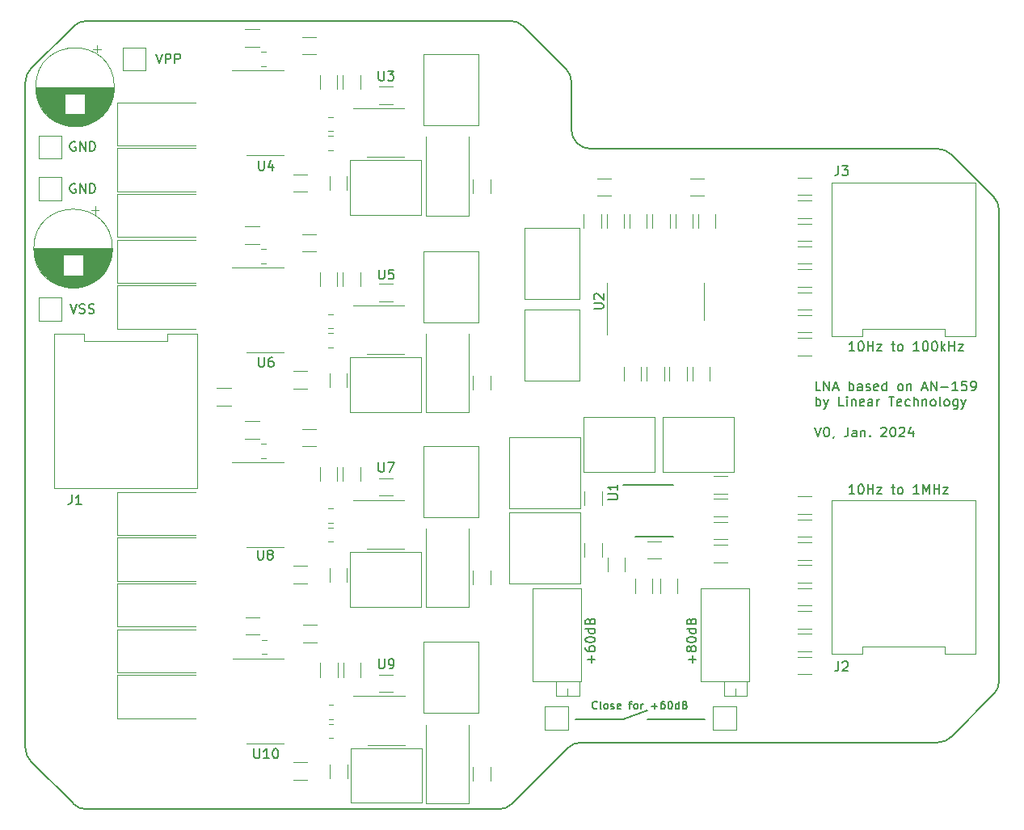
<source format=gbr>
%TF.GenerationSoftware,KiCad,Pcbnew,7.0.10*%
%TF.CreationDate,2024-02-08T22:37:46+01:00*%
%TF.ProjectId,LNA_1MHz,4c4e415f-314d-4487-9a2e-6b696361645f,V0*%
%TF.SameCoordinates,PX62ccf80PY8214c80*%
%TF.FileFunction,Legend,Top*%
%TF.FilePolarity,Positive*%
%FSLAX46Y46*%
G04 Gerber Fmt 4.6, Leading zero omitted, Abs format (unit mm)*
G04 Created by KiCad (PCBNEW 7.0.10) date 2024-02-08 22:37:46*
%MOMM*%
%LPD*%
G01*
G04 APERTURE LIST*
%ADD10C,0.150000*%
%ADD11C,0.120000*%
%TA.AperFunction,Profile*%
%ADD12C,0.200000*%
%TD*%
G04 APERTURE END LIST*
D10*
X62650000Y9400000D02*
X65150000Y10400000D01*
X57650000Y9400000D02*
X62650000Y9400000D01*
X65150000Y9400000D02*
X71150000Y9400000D01*
X5238095Y65497562D02*
X5142857Y65545181D01*
X5142857Y65545181D02*
X5000000Y65545181D01*
X5000000Y65545181D02*
X4857143Y65497562D01*
X4857143Y65497562D02*
X4761905Y65402324D01*
X4761905Y65402324D02*
X4714286Y65307086D01*
X4714286Y65307086D02*
X4666667Y65116610D01*
X4666667Y65116610D02*
X4666667Y64973753D01*
X4666667Y64973753D02*
X4714286Y64783277D01*
X4714286Y64783277D02*
X4761905Y64688039D01*
X4761905Y64688039D02*
X4857143Y64592800D01*
X4857143Y64592800D02*
X5000000Y64545181D01*
X5000000Y64545181D02*
X5095238Y64545181D01*
X5095238Y64545181D02*
X5238095Y64592800D01*
X5238095Y64592800D02*
X5285714Y64640420D01*
X5285714Y64640420D02*
X5285714Y64973753D01*
X5285714Y64973753D02*
X5095238Y64973753D01*
X5714286Y64545181D02*
X5714286Y65545181D01*
X5714286Y65545181D02*
X6285714Y64545181D01*
X6285714Y64545181D02*
X6285714Y65545181D01*
X6761905Y64545181D02*
X6761905Y65545181D01*
X6761905Y65545181D02*
X7000000Y65545181D01*
X7000000Y65545181D02*
X7142857Y65497562D01*
X7142857Y65497562D02*
X7238095Y65402324D01*
X7238095Y65402324D02*
X7285714Y65307086D01*
X7285714Y65307086D02*
X7333333Y65116610D01*
X7333333Y65116610D02*
X7333333Y64973753D01*
X7333333Y64973753D02*
X7285714Y64783277D01*
X7285714Y64783277D02*
X7238095Y64688039D01*
X7238095Y64688039D02*
X7142857Y64592800D01*
X7142857Y64592800D02*
X7000000Y64545181D01*
X7000000Y64545181D02*
X6761905Y64545181D01*
X69888866Y15336780D02*
X69888866Y16098684D01*
X70269819Y15717732D02*
X69507914Y15717732D01*
X69698390Y16717732D02*
X69650771Y16622494D01*
X69650771Y16622494D02*
X69603152Y16574875D01*
X69603152Y16574875D02*
X69507914Y16527256D01*
X69507914Y16527256D02*
X69460295Y16527256D01*
X69460295Y16527256D02*
X69365057Y16574875D01*
X69365057Y16574875D02*
X69317438Y16622494D01*
X69317438Y16622494D02*
X69269819Y16717732D01*
X69269819Y16717732D02*
X69269819Y16908208D01*
X69269819Y16908208D02*
X69317438Y17003446D01*
X69317438Y17003446D02*
X69365057Y17051065D01*
X69365057Y17051065D02*
X69460295Y17098684D01*
X69460295Y17098684D02*
X69507914Y17098684D01*
X69507914Y17098684D02*
X69603152Y17051065D01*
X69603152Y17051065D02*
X69650771Y17003446D01*
X69650771Y17003446D02*
X69698390Y16908208D01*
X69698390Y16908208D02*
X69698390Y16717732D01*
X69698390Y16717732D02*
X69746009Y16622494D01*
X69746009Y16622494D02*
X69793628Y16574875D01*
X69793628Y16574875D02*
X69888866Y16527256D01*
X69888866Y16527256D02*
X70079342Y16527256D01*
X70079342Y16527256D02*
X70174580Y16574875D01*
X70174580Y16574875D02*
X70222200Y16622494D01*
X70222200Y16622494D02*
X70269819Y16717732D01*
X70269819Y16717732D02*
X70269819Y16908208D01*
X70269819Y16908208D02*
X70222200Y17003446D01*
X70222200Y17003446D02*
X70174580Y17051065D01*
X70174580Y17051065D02*
X70079342Y17098684D01*
X70079342Y17098684D02*
X69888866Y17098684D01*
X69888866Y17098684D02*
X69793628Y17051065D01*
X69793628Y17051065D02*
X69746009Y17003446D01*
X69746009Y17003446D02*
X69698390Y16908208D01*
X69269819Y17717732D02*
X69269819Y17812970D01*
X69269819Y17812970D02*
X69317438Y17908208D01*
X69317438Y17908208D02*
X69365057Y17955827D01*
X69365057Y17955827D02*
X69460295Y18003446D01*
X69460295Y18003446D02*
X69650771Y18051065D01*
X69650771Y18051065D02*
X69888866Y18051065D01*
X69888866Y18051065D02*
X70079342Y18003446D01*
X70079342Y18003446D02*
X70174580Y17955827D01*
X70174580Y17955827D02*
X70222200Y17908208D01*
X70222200Y17908208D02*
X70269819Y17812970D01*
X70269819Y17812970D02*
X70269819Y17717732D01*
X70269819Y17717732D02*
X70222200Y17622494D01*
X70222200Y17622494D02*
X70174580Y17574875D01*
X70174580Y17574875D02*
X70079342Y17527256D01*
X70079342Y17527256D02*
X69888866Y17479637D01*
X69888866Y17479637D02*
X69650771Y17479637D01*
X69650771Y17479637D02*
X69460295Y17527256D01*
X69460295Y17527256D02*
X69365057Y17574875D01*
X69365057Y17574875D02*
X69317438Y17622494D01*
X69317438Y17622494D02*
X69269819Y17717732D01*
X70269819Y18908208D02*
X69269819Y18908208D01*
X70222200Y18908208D02*
X70269819Y18812970D01*
X70269819Y18812970D02*
X70269819Y18622494D01*
X70269819Y18622494D02*
X70222200Y18527256D01*
X70222200Y18527256D02*
X70174580Y18479637D01*
X70174580Y18479637D02*
X70079342Y18432018D01*
X70079342Y18432018D02*
X69793628Y18432018D01*
X69793628Y18432018D02*
X69698390Y18479637D01*
X69698390Y18479637D02*
X69650771Y18527256D01*
X69650771Y18527256D02*
X69603152Y18622494D01*
X69603152Y18622494D02*
X69603152Y18812970D01*
X69603152Y18812970D02*
X69650771Y18908208D01*
X69746009Y19717732D02*
X69793628Y19860589D01*
X69793628Y19860589D02*
X69841247Y19908208D01*
X69841247Y19908208D02*
X69936485Y19955827D01*
X69936485Y19955827D02*
X70079342Y19955827D01*
X70079342Y19955827D02*
X70174580Y19908208D01*
X70174580Y19908208D02*
X70222200Y19860589D01*
X70222200Y19860589D02*
X70269819Y19765351D01*
X70269819Y19765351D02*
X70269819Y19384399D01*
X70269819Y19384399D02*
X69269819Y19384399D01*
X69269819Y19384399D02*
X69269819Y19717732D01*
X69269819Y19717732D02*
X69317438Y19812970D01*
X69317438Y19812970D02*
X69365057Y19860589D01*
X69365057Y19860589D02*
X69460295Y19908208D01*
X69460295Y19908208D02*
X69555533Y19908208D01*
X69555533Y19908208D02*
X69650771Y19860589D01*
X69650771Y19860589D02*
X69698390Y19812970D01*
X69698390Y19812970D02*
X69746009Y19717732D01*
X69746009Y19717732D02*
X69746009Y19384399D01*
X86860588Y48030181D02*
X86289160Y48030181D01*
X86574874Y48030181D02*
X86574874Y49030181D01*
X86574874Y49030181D02*
X86479636Y48887324D01*
X86479636Y48887324D02*
X86384398Y48792086D01*
X86384398Y48792086D02*
X86289160Y48744467D01*
X87479636Y49030181D02*
X87574874Y49030181D01*
X87574874Y49030181D02*
X87670112Y48982562D01*
X87670112Y48982562D02*
X87717731Y48934943D01*
X87717731Y48934943D02*
X87765350Y48839705D01*
X87765350Y48839705D02*
X87812969Y48649229D01*
X87812969Y48649229D02*
X87812969Y48411134D01*
X87812969Y48411134D02*
X87765350Y48220658D01*
X87765350Y48220658D02*
X87717731Y48125420D01*
X87717731Y48125420D02*
X87670112Y48077800D01*
X87670112Y48077800D02*
X87574874Y48030181D01*
X87574874Y48030181D02*
X87479636Y48030181D01*
X87479636Y48030181D02*
X87384398Y48077800D01*
X87384398Y48077800D02*
X87336779Y48125420D01*
X87336779Y48125420D02*
X87289160Y48220658D01*
X87289160Y48220658D02*
X87241541Y48411134D01*
X87241541Y48411134D02*
X87241541Y48649229D01*
X87241541Y48649229D02*
X87289160Y48839705D01*
X87289160Y48839705D02*
X87336779Y48934943D01*
X87336779Y48934943D02*
X87384398Y48982562D01*
X87384398Y48982562D02*
X87479636Y49030181D01*
X88241541Y48030181D02*
X88241541Y49030181D01*
X88241541Y48553991D02*
X88812969Y48553991D01*
X88812969Y48030181D02*
X88812969Y49030181D01*
X89193922Y48696848D02*
X89717731Y48696848D01*
X89717731Y48696848D02*
X89193922Y48030181D01*
X89193922Y48030181D02*
X89717731Y48030181D01*
X90717732Y48696848D02*
X91098684Y48696848D01*
X90860589Y49030181D02*
X90860589Y48173039D01*
X90860589Y48173039D02*
X90908208Y48077800D01*
X90908208Y48077800D02*
X91003446Y48030181D01*
X91003446Y48030181D02*
X91098684Y48030181D01*
X91574875Y48030181D02*
X91479637Y48077800D01*
X91479637Y48077800D02*
X91432018Y48125420D01*
X91432018Y48125420D02*
X91384399Y48220658D01*
X91384399Y48220658D02*
X91384399Y48506372D01*
X91384399Y48506372D02*
X91432018Y48601610D01*
X91432018Y48601610D02*
X91479637Y48649229D01*
X91479637Y48649229D02*
X91574875Y48696848D01*
X91574875Y48696848D02*
X91717732Y48696848D01*
X91717732Y48696848D02*
X91812970Y48649229D01*
X91812970Y48649229D02*
X91860589Y48601610D01*
X91860589Y48601610D02*
X91908208Y48506372D01*
X91908208Y48506372D02*
X91908208Y48220658D01*
X91908208Y48220658D02*
X91860589Y48125420D01*
X91860589Y48125420D02*
X91812970Y48077800D01*
X91812970Y48077800D02*
X91717732Y48030181D01*
X91717732Y48030181D02*
X91574875Y48030181D01*
X93622494Y48030181D02*
X93051066Y48030181D01*
X93336780Y48030181D02*
X93336780Y49030181D01*
X93336780Y49030181D02*
X93241542Y48887324D01*
X93241542Y48887324D02*
X93146304Y48792086D01*
X93146304Y48792086D02*
X93051066Y48744467D01*
X94241542Y49030181D02*
X94336780Y49030181D01*
X94336780Y49030181D02*
X94432018Y48982562D01*
X94432018Y48982562D02*
X94479637Y48934943D01*
X94479637Y48934943D02*
X94527256Y48839705D01*
X94527256Y48839705D02*
X94574875Y48649229D01*
X94574875Y48649229D02*
X94574875Y48411134D01*
X94574875Y48411134D02*
X94527256Y48220658D01*
X94527256Y48220658D02*
X94479637Y48125420D01*
X94479637Y48125420D02*
X94432018Y48077800D01*
X94432018Y48077800D02*
X94336780Y48030181D01*
X94336780Y48030181D02*
X94241542Y48030181D01*
X94241542Y48030181D02*
X94146304Y48077800D01*
X94146304Y48077800D02*
X94098685Y48125420D01*
X94098685Y48125420D02*
X94051066Y48220658D01*
X94051066Y48220658D02*
X94003447Y48411134D01*
X94003447Y48411134D02*
X94003447Y48649229D01*
X94003447Y48649229D02*
X94051066Y48839705D01*
X94051066Y48839705D02*
X94098685Y48934943D01*
X94098685Y48934943D02*
X94146304Y48982562D01*
X94146304Y48982562D02*
X94241542Y49030181D01*
X95193923Y49030181D02*
X95289161Y49030181D01*
X95289161Y49030181D02*
X95384399Y48982562D01*
X95384399Y48982562D02*
X95432018Y48934943D01*
X95432018Y48934943D02*
X95479637Y48839705D01*
X95479637Y48839705D02*
X95527256Y48649229D01*
X95527256Y48649229D02*
X95527256Y48411134D01*
X95527256Y48411134D02*
X95479637Y48220658D01*
X95479637Y48220658D02*
X95432018Y48125420D01*
X95432018Y48125420D02*
X95384399Y48077800D01*
X95384399Y48077800D02*
X95289161Y48030181D01*
X95289161Y48030181D02*
X95193923Y48030181D01*
X95193923Y48030181D02*
X95098685Y48077800D01*
X95098685Y48077800D02*
X95051066Y48125420D01*
X95051066Y48125420D02*
X95003447Y48220658D01*
X95003447Y48220658D02*
X94955828Y48411134D01*
X94955828Y48411134D02*
X94955828Y48649229D01*
X94955828Y48649229D02*
X95003447Y48839705D01*
X95003447Y48839705D02*
X95051066Y48934943D01*
X95051066Y48934943D02*
X95098685Y48982562D01*
X95098685Y48982562D02*
X95193923Y49030181D01*
X95955828Y48030181D02*
X95955828Y49030181D01*
X96051066Y48411134D02*
X96336780Y48030181D01*
X96336780Y48696848D02*
X95955828Y48315896D01*
X96765352Y48030181D02*
X96765352Y49030181D01*
X96765352Y48553991D02*
X97336780Y48553991D01*
X97336780Y48030181D02*
X97336780Y49030181D01*
X97717733Y48696848D02*
X98241542Y48696848D01*
X98241542Y48696848D02*
X97717733Y48030181D01*
X97717733Y48030181D02*
X98241542Y48030181D01*
X13666667Y79145181D02*
X14000000Y78145181D01*
X14000000Y78145181D02*
X14333333Y79145181D01*
X14666667Y78145181D02*
X14666667Y79145181D01*
X14666667Y79145181D02*
X15047619Y79145181D01*
X15047619Y79145181D02*
X15142857Y79097562D01*
X15142857Y79097562D02*
X15190476Y79049943D01*
X15190476Y79049943D02*
X15238095Y78954705D01*
X15238095Y78954705D02*
X15238095Y78811848D01*
X15238095Y78811848D02*
X15190476Y78716610D01*
X15190476Y78716610D02*
X15142857Y78668991D01*
X15142857Y78668991D02*
X15047619Y78621372D01*
X15047619Y78621372D02*
X14666667Y78621372D01*
X15666667Y78145181D02*
X15666667Y79145181D01*
X15666667Y79145181D02*
X16047619Y79145181D01*
X16047619Y79145181D02*
X16142857Y79097562D01*
X16142857Y79097562D02*
X16190476Y79049943D01*
X16190476Y79049943D02*
X16238095Y78954705D01*
X16238095Y78954705D02*
X16238095Y78811848D01*
X16238095Y78811848D02*
X16190476Y78716610D01*
X16190476Y78716610D02*
X16142857Y78668991D01*
X16142857Y78668991D02*
X16047619Y78621372D01*
X16047619Y78621372D02*
X15666667Y78621372D01*
X59896303Y10581896D02*
X59858207Y10543800D01*
X59858207Y10543800D02*
X59743922Y10505705D01*
X59743922Y10505705D02*
X59667731Y10505705D01*
X59667731Y10505705D02*
X59553445Y10543800D01*
X59553445Y10543800D02*
X59477255Y10619991D01*
X59477255Y10619991D02*
X59439160Y10696181D01*
X59439160Y10696181D02*
X59401064Y10848562D01*
X59401064Y10848562D02*
X59401064Y10962848D01*
X59401064Y10962848D02*
X59439160Y11115229D01*
X59439160Y11115229D02*
X59477255Y11191420D01*
X59477255Y11191420D02*
X59553445Y11267610D01*
X59553445Y11267610D02*
X59667731Y11305705D01*
X59667731Y11305705D02*
X59743922Y11305705D01*
X59743922Y11305705D02*
X59858207Y11267610D01*
X59858207Y11267610D02*
X59896303Y11229515D01*
X60353445Y10505705D02*
X60277255Y10543800D01*
X60277255Y10543800D02*
X60239160Y10619991D01*
X60239160Y10619991D02*
X60239160Y11305705D01*
X60772493Y10505705D02*
X60696303Y10543800D01*
X60696303Y10543800D02*
X60658208Y10581896D01*
X60658208Y10581896D02*
X60620112Y10658086D01*
X60620112Y10658086D02*
X60620112Y10886658D01*
X60620112Y10886658D02*
X60658208Y10962848D01*
X60658208Y10962848D02*
X60696303Y11000943D01*
X60696303Y11000943D02*
X60772493Y11039039D01*
X60772493Y11039039D02*
X60886779Y11039039D01*
X60886779Y11039039D02*
X60962970Y11000943D01*
X60962970Y11000943D02*
X61001065Y10962848D01*
X61001065Y10962848D02*
X61039160Y10886658D01*
X61039160Y10886658D02*
X61039160Y10658086D01*
X61039160Y10658086D02*
X61001065Y10581896D01*
X61001065Y10581896D02*
X60962970Y10543800D01*
X60962970Y10543800D02*
X60886779Y10505705D01*
X60886779Y10505705D02*
X60772493Y10505705D01*
X61343922Y10543800D02*
X61420113Y10505705D01*
X61420113Y10505705D02*
X61572494Y10505705D01*
X61572494Y10505705D02*
X61648684Y10543800D01*
X61648684Y10543800D02*
X61686780Y10619991D01*
X61686780Y10619991D02*
X61686780Y10658086D01*
X61686780Y10658086D02*
X61648684Y10734277D01*
X61648684Y10734277D02*
X61572494Y10772372D01*
X61572494Y10772372D02*
X61458208Y10772372D01*
X61458208Y10772372D02*
X61382018Y10810467D01*
X61382018Y10810467D02*
X61343922Y10886658D01*
X61343922Y10886658D02*
X61343922Y10924753D01*
X61343922Y10924753D02*
X61382018Y11000943D01*
X61382018Y11000943D02*
X61458208Y11039039D01*
X61458208Y11039039D02*
X61572494Y11039039D01*
X61572494Y11039039D02*
X61648684Y11000943D01*
X62334399Y10543800D02*
X62258208Y10505705D01*
X62258208Y10505705D02*
X62105827Y10505705D01*
X62105827Y10505705D02*
X62029637Y10543800D01*
X62029637Y10543800D02*
X61991541Y10619991D01*
X61991541Y10619991D02*
X61991541Y10924753D01*
X61991541Y10924753D02*
X62029637Y11000943D01*
X62029637Y11000943D02*
X62105827Y11039039D01*
X62105827Y11039039D02*
X62258208Y11039039D01*
X62258208Y11039039D02*
X62334399Y11000943D01*
X62334399Y11000943D02*
X62372494Y10924753D01*
X62372494Y10924753D02*
X62372494Y10848562D01*
X62372494Y10848562D02*
X61991541Y10772372D01*
X63210589Y11039039D02*
X63515351Y11039039D01*
X63324875Y10505705D02*
X63324875Y11191420D01*
X63324875Y11191420D02*
X63362970Y11267610D01*
X63362970Y11267610D02*
X63439160Y11305705D01*
X63439160Y11305705D02*
X63515351Y11305705D01*
X63896303Y10505705D02*
X63820113Y10543800D01*
X63820113Y10543800D02*
X63782018Y10581896D01*
X63782018Y10581896D02*
X63743922Y10658086D01*
X63743922Y10658086D02*
X63743922Y10886658D01*
X63743922Y10886658D02*
X63782018Y10962848D01*
X63782018Y10962848D02*
X63820113Y11000943D01*
X63820113Y11000943D02*
X63896303Y11039039D01*
X63896303Y11039039D02*
X64010589Y11039039D01*
X64010589Y11039039D02*
X64086780Y11000943D01*
X64086780Y11000943D02*
X64124875Y10962848D01*
X64124875Y10962848D02*
X64162970Y10886658D01*
X64162970Y10886658D02*
X64162970Y10658086D01*
X64162970Y10658086D02*
X64124875Y10581896D01*
X64124875Y10581896D02*
X64086780Y10543800D01*
X64086780Y10543800D02*
X64010589Y10505705D01*
X64010589Y10505705D02*
X63896303Y10505705D01*
X64505828Y10505705D02*
X64505828Y11039039D01*
X64505828Y10886658D02*
X64543923Y10962848D01*
X64543923Y10962848D02*
X64582018Y11000943D01*
X64582018Y11000943D02*
X64658209Y11039039D01*
X64658209Y11039039D02*
X64734399Y11039039D01*
X65610590Y10810467D02*
X66220114Y10810467D01*
X65915352Y10505705D02*
X65915352Y11115229D01*
X66943923Y11305705D02*
X66791542Y11305705D01*
X66791542Y11305705D02*
X66715351Y11267610D01*
X66715351Y11267610D02*
X66677256Y11229515D01*
X66677256Y11229515D02*
X66601066Y11115229D01*
X66601066Y11115229D02*
X66562970Y10962848D01*
X66562970Y10962848D02*
X66562970Y10658086D01*
X66562970Y10658086D02*
X66601066Y10581896D01*
X66601066Y10581896D02*
X66639161Y10543800D01*
X66639161Y10543800D02*
X66715351Y10505705D01*
X66715351Y10505705D02*
X66867732Y10505705D01*
X66867732Y10505705D02*
X66943923Y10543800D01*
X66943923Y10543800D02*
X66982018Y10581896D01*
X66982018Y10581896D02*
X67020113Y10658086D01*
X67020113Y10658086D02*
X67020113Y10848562D01*
X67020113Y10848562D02*
X66982018Y10924753D01*
X66982018Y10924753D02*
X66943923Y10962848D01*
X66943923Y10962848D02*
X66867732Y11000943D01*
X66867732Y11000943D02*
X66715351Y11000943D01*
X66715351Y11000943D02*
X66639161Y10962848D01*
X66639161Y10962848D02*
X66601066Y10924753D01*
X66601066Y10924753D02*
X66562970Y10848562D01*
X67515352Y11305705D02*
X67591542Y11305705D01*
X67591542Y11305705D02*
X67667733Y11267610D01*
X67667733Y11267610D02*
X67705828Y11229515D01*
X67705828Y11229515D02*
X67743923Y11153324D01*
X67743923Y11153324D02*
X67782018Y11000943D01*
X67782018Y11000943D02*
X67782018Y10810467D01*
X67782018Y10810467D02*
X67743923Y10658086D01*
X67743923Y10658086D02*
X67705828Y10581896D01*
X67705828Y10581896D02*
X67667733Y10543800D01*
X67667733Y10543800D02*
X67591542Y10505705D01*
X67591542Y10505705D02*
X67515352Y10505705D01*
X67515352Y10505705D02*
X67439161Y10543800D01*
X67439161Y10543800D02*
X67401066Y10581896D01*
X67401066Y10581896D02*
X67362971Y10658086D01*
X67362971Y10658086D02*
X67324875Y10810467D01*
X67324875Y10810467D02*
X67324875Y11000943D01*
X67324875Y11000943D02*
X67362971Y11153324D01*
X67362971Y11153324D02*
X67401066Y11229515D01*
X67401066Y11229515D02*
X67439161Y11267610D01*
X67439161Y11267610D02*
X67515352Y11305705D01*
X68467733Y10505705D02*
X68467733Y11305705D01*
X68467733Y10543800D02*
X68391542Y10505705D01*
X68391542Y10505705D02*
X68239161Y10505705D01*
X68239161Y10505705D02*
X68162971Y10543800D01*
X68162971Y10543800D02*
X68124876Y10581896D01*
X68124876Y10581896D02*
X68086780Y10658086D01*
X68086780Y10658086D02*
X68086780Y10886658D01*
X68086780Y10886658D02*
X68124876Y10962848D01*
X68124876Y10962848D02*
X68162971Y11000943D01*
X68162971Y11000943D02*
X68239161Y11039039D01*
X68239161Y11039039D02*
X68391542Y11039039D01*
X68391542Y11039039D02*
X68467733Y11000943D01*
X69115352Y10924753D02*
X69229638Y10886658D01*
X69229638Y10886658D02*
X69267733Y10848562D01*
X69267733Y10848562D02*
X69305829Y10772372D01*
X69305829Y10772372D02*
X69305829Y10658086D01*
X69305829Y10658086D02*
X69267733Y10581896D01*
X69267733Y10581896D02*
X69229638Y10543800D01*
X69229638Y10543800D02*
X69153448Y10505705D01*
X69153448Y10505705D02*
X68848686Y10505705D01*
X68848686Y10505705D02*
X68848686Y11305705D01*
X68848686Y11305705D02*
X69115352Y11305705D01*
X69115352Y11305705D02*
X69191543Y11267610D01*
X69191543Y11267610D02*
X69229638Y11229515D01*
X69229638Y11229515D02*
X69267733Y11153324D01*
X69267733Y11153324D02*
X69267733Y11077134D01*
X69267733Y11077134D02*
X69229638Y11000943D01*
X69229638Y11000943D02*
X69191543Y10962848D01*
X69191543Y10962848D02*
X69115352Y10924753D01*
X69115352Y10924753D02*
X68848686Y10924753D01*
X5238095Y69897562D02*
X5142857Y69945181D01*
X5142857Y69945181D02*
X5000000Y69945181D01*
X5000000Y69945181D02*
X4857143Y69897562D01*
X4857143Y69897562D02*
X4761905Y69802324D01*
X4761905Y69802324D02*
X4714286Y69707086D01*
X4714286Y69707086D02*
X4666667Y69516610D01*
X4666667Y69516610D02*
X4666667Y69373753D01*
X4666667Y69373753D02*
X4714286Y69183277D01*
X4714286Y69183277D02*
X4761905Y69088039D01*
X4761905Y69088039D02*
X4857143Y68992800D01*
X4857143Y68992800D02*
X5000000Y68945181D01*
X5000000Y68945181D02*
X5095238Y68945181D01*
X5095238Y68945181D02*
X5238095Y68992800D01*
X5238095Y68992800D02*
X5285714Y69040420D01*
X5285714Y69040420D02*
X5285714Y69373753D01*
X5285714Y69373753D02*
X5095238Y69373753D01*
X5714286Y68945181D02*
X5714286Y69945181D01*
X5714286Y69945181D02*
X6285714Y68945181D01*
X6285714Y68945181D02*
X6285714Y69945181D01*
X6761905Y68945181D02*
X6761905Y69945181D01*
X6761905Y69945181D02*
X7000000Y69945181D01*
X7000000Y69945181D02*
X7142857Y69897562D01*
X7142857Y69897562D02*
X7238095Y69802324D01*
X7238095Y69802324D02*
X7285714Y69707086D01*
X7285714Y69707086D02*
X7333333Y69516610D01*
X7333333Y69516610D02*
X7333333Y69373753D01*
X7333333Y69373753D02*
X7285714Y69183277D01*
X7285714Y69183277D02*
X7238095Y69088039D01*
X7238095Y69088039D02*
X7142857Y68992800D01*
X7142857Y68992800D02*
X7000000Y68945181D01*
X7000000Y68945181D02*
X6761905Y68945181D01*
X59288866Y15336780D02*
X59288866Y16098684D01*
X59669819Y15717732D02*
X58907914Y15717732D01*
X58669819Y17003446D02*
X58669819Y16812970D01*
X58669819Y16812970D02*
X58717438Y16717732D01*
X58717438Y16717732D02*
X58765057Y16670113D01*
X58765057Y16670113D02*
X58907914Y16574875D01*
X58907914Y16574875D02*
X59098390Y16527256D01*
X59098390Y16527256D02*
X59479342Y16527256D01*
X59479342Y16527256D02*
X59574580Y16574875D01*
X59574580Y16574875D02*
X59622200Y16622494D01*
X59622200Y16622494D02*
X59669819Y16717732D01*
X59669819Y16717732D02*
X59669819Y16908208D01*
X59669819Y16908208D02*
X59622200Y17003446D01*
X59622200Y17003446D02*
X59574580Y17051065D01*
X59574580Y17051065D02*
X59479342Y17098684D01*
X59479342Y17098684D02*
X59241247Y17098684D01*
X59241247Y17098684D02*
X59146009Y17051065D01*
X59146009Y17051065D02*
X59098390Y17003446D01*
X59098390Y17003446D02*
X59050771Y16908208D01*
X59050771Y16908208D02*
X59050771Y16717732D01*
X59050771Y16717732D02*
X59098390Y16622494D01*
X59098390Y16622494D02*
X59146009Y16574875D01*
X59146009Y16574875D02*
X59241247Y16527256D01*
X58669819Y17717732D02*
X58669819Y17812970D01*
X58669819Y17812970D02*
X58717438Y17908208D01*
X58717438Y17908208D02*
X58765057Y17955827D01*
X58765057Y17955827D02*
X58860295Y18003446D01*
X58860295Y18003446D02*
X59050771Y18051065D01*
X59050771Y18051065D02*
X59288866Y18051065D01*
X59288866Y18051065D02*
X59479342Y18003446D01*
X59479342Y18003446D02*
X59574580Y17955827D01*
X59574580Y17955827D02*
X59622200Y17908208D01*
X59622200Y17908208D02*
X59669819Y17812970D01*
X59669819Y17812970D02*
X59669819Y17717732D01*
X59669819Y17717732D02*
X59622200Y17622494D01*
X59622200Y17622494D02*
X59574580Y17574875D01*
X59574580Y17574875D02*
X59479342Y17527256D01*
X59479342Y17527256D02*
X59288866Y17479637D01*
X59288866Y17479637D02*
X59050771Y17479637D01*
X59050771Y17479637D02*
X58860295Y17527256D01*
X58860295Y17527256D02*
X58765057Y17574875D01*
X58765057Y17574875D02*
X58717438Y17622494D01*
X58717438Y17622494D02*
X58669819Y17717732D01*
X59669819Y18908208D02*
X58669819Y18908208D01*
X59622200Y18908208D02*
X59669819Y18812970D01*
X59669819Y18812970D02*
X59669819Y18622494D01*
X59669819Y18622494D02*
X59622200Y18527256D01*
X59622200Y18527256D02*
X59574580Y18479637D01*
X59574580Y18479637D02*
X59479342Y18432018D01*
X59479342Y18432018D02*
X59193628Y18432018D01*
X59193628Y18432018D02*
X59098390Y18479637D01*
X59098390Y18479637D02*
X59050771Y18527256D01*
X59050771Y18527256D02*
X59003152Y18622494D01*
X59003152Y18622494D02*
X59003152Y18812970D01*
X59003152Y18812970D02*
X59050771Y18908208D01*
X59146009Y19717732D02*
X59193628Y19860589D01*
X59193628Y19860589D02*
X59241247Y19908208D01*
X59241247Y19908208D02*
X59336485Y19955827D01*
X59336485Y19955827D02*
X59479342Y19955827D01*
X59479342Y19955827D02*
X59574580Y19908208D01*
X59574580Y19908208D02*
X59622200Y19860589D01*
X59622200Y19860589D02*
X59669819Y19765351D01*
X59669819Y19765351D02*
X59669819Y19384399D01*
X59669819Y19384399D02*
X58669819Y19384399D01*
X58669819Y19384399D02*
X58669819Y19717732D01*
X58669819Y19717732D02*
X58717438Y19812970D01*
X58717438Y19812970D02*
X58765057Y19860589D01*
X58765057Y19860589D02*
X58860295Y19908208D01*
X58860295Y19908208D02*
X58955533Y19908208D01*
X58955533Y19908208D02*
X59050771Y19860589D01*
X59050771Y19860589D02*
X59098390Y19812970D01*
X59098390Y19812970D02*
X59146009Y19717732D01*
X59146009Y19717732D02*
X59146009Y19384399D01*
X4714286Y52945181D02*
X5047619Y51945181D01*
X5047619Y51945181D02*
X5380952Y52945181D01*
X5666667Y51992800D02*
X5809524Y51945181D01*
X5809524Y51945181D02*
X6047619Y51945181D01*
X6047619Y51945181D02*
X6142857Y51992800D01*
X6142857Y51992800D02*
X6190476Y52040420D01*
X6190476Y52040420D02*
X6238095Y52135658D01*
X6238095Y52135658D02*
X6238095Y52230896D01*
X6238095Y52230896D02*
X6190476Y52326134D01*
X6190476Y52326134D02*
X6142857Y52373753D01*
X6142857Y52373753D02*
X6047619Y52421372D01*
X6047619Y52421372D02*
X5857143Y52468991D01*
X5857143Y52468991D02*
X5761905Y52516610D01*
X5761905Y52516610D02*
X5714286Y52564229D01*
X5714286Y52564229D02*
X5666667Y52659467D01*
X5666667Y52659467D02*
X5666667Y52754705D01*
X5666667Y52754705D02*
X5714286Y52849943D01*
X5714286Y52849943D02*
X5761905Y52897562D01*
X5761905Y52897562D02*
X5857143Y52945181D01*
X5857143Y52945181D02*
X6095238Y52945181D01*
X6095238Y52945181D02*
X6238095Y52897562D01*
X6619048Y51992800D02*
X6761905Y51945181D01*
X6761905Y51945181D02*
X7000000Y51945181D01*
X7000000Y51945181D02*
X7095238Y51992800D01*
X7095238Y51992800D02*
X7142857Y52040420D01*
X7142857Y52040420D02*
X7190476Y52135658D01*
X7190476Y52135658D02*
X7190476Y52230896D01*
X7190476Y52230896D02*
X7142857Y52326134D01*
X7142857Y52326134D02*
X7095238Y52373753D01*
X7095238Y52373753D02*
X7000000Y52421372D01*
X7000000Y52421372D02*
X6809524Y52468991D01*
X6809524Y52468991D02*
X6714286Y52516610D01*
X6714286Y52516610D02*
X6666667Y52564229D01*
X6666667Y52564229D02*
X6619048Y52659467D01*
X6619048Y52659467D02*
X6619048Y52754705D01*
X6619048Y52754705D02*
X6666667Y52849943D01*
X6666667Y52849943D02*
X6714286Y52897562D01*
X6714286Y52897562D02*
X6809524Y52945181D01*
X6809524Y52945181D02*
X7047619Y52945181D01*
X7047619Y52945181D02*
X7190476Y52897562D01*
X83312969Y43860181D02*
X82836779Y43860181D01*
X82836779Y43860181D02*
X82836779Y44860181D01*
X83646303Y43860181D02*
X83646303Y44860181D01*
X83646303Y44860181D02*
X84217731Y43860181D01*
X84217731Y43860181D02*
X84217731Y44860181D01*
X84646303Y44145896D02*
X85122493Y44145896D01*
X84551065Y43860181D02*
X84884398Y44860181D01*
X84884398Y44860181D02*
X85217731Y43860181D01*
X86312970Y43860181D02*
X86312970Y44860181D01*
X86312970Y44479229D02*
X86408208Y44526848D01*
X86408208Y44526848D02*
X86598684Y44526848D01*
X86598684Y44526848D02*
X86693922Y44479229D01*
X86693922Y44479229D02*
X86741541Y44431610D01*
X86741541Y44431610D02*
X86789160Y44336372D01*
X86789160Y44336372D02*
X86789160Y44050658D01*
X86789160Y44050658D02*
X86741541Y43955420D01*
X86741541Y43955420D02*
X86693922Y43907800D01*
X86693922Y43907800D02*
X86598684Y43860181D01*
X86598684Y43860181D02*
X86408208Y43860181D01*
X86408208Y43860181D02*
X86312970Y43907800D01*
X87646303Y43860181D02*
X87646303Y44383991D01*
X87646303Y44383991D02*
X87598684Y44479229D01*
X87598684Y44479229D02*
X87503446Y44526848D01*
X87503446Y44526848D02*
X87312970Y44526848D01*
X87312970Y44526848D02*
X87217732Y44479229D01*
X87646303Y43907800D02*
X87551065Y43860181D01*
X87551065Y43860181D02*
X87312970Y43860181D01*
X87312970Y43860181D02*
X87217732Y43907800D01*
X87217732Y43907800D02*
X87170113Y44003039D01*
X87170113Y44003039D02*
X87170113Y44098277D01*
X87170113Y44098277D02*
X87217732Y44193515D01*
X87217732Y44193515D02*
X87312970Y44241134D01*
X87312970Y44241134D02*
X87551065Y44241134D01*
X87551065Y44241134D02*
X87646303Y44288753D01*
X88074875Y43907800D02*
X88170113Y43860181D01*
X88170113Y43860181D02*
X88360589Y43860181D01*
X88360589Y43860181D02*
X88455827Y43907800D01*
X88455827Y43907800D02*
X88503446Y44003039D01*
X88503446Y44003039D02*
X88503446Y44050658D01*
X88503446Y44050658D02*
X88455827Y44145896D01*
X88455827Y44145896D02*
X88360589Y44193515D01*
X88360589Y44193515D02*
X88217732Y44193515D01*
X88217732Y44193515D02*
X88122494Y44241134D01*
X88122494Y44241134D02*
X88074875Y44336372D01*
X88074875Y44336372D02*
X88074875Y44383991D01*
X88074875Y44383991D02*
X88122494Y44479229D01*
X88122494Y44479229D02*
X88217732Y44526848D01*
X88217732Y44526848D02*
X88360589Y44526848D01*
X88360589Y44526848D02*
X88455827Y44479229D01*
X89312970Y43907800D02*
X89217732Y43860181D01*
X89217732Y43860181D02*
X89027256Y43860181D01*
X89027256Y43860181D02*
X88932018Y43907800D01*
X88932018Y43907800D02*
X88884399Y44003039D01*
X88884399Y44003039D02*
X88884399Y44383991D01*
X88884399Y44383991D02*
X88932018Y44479229D01*
X88932018Y44479229D02*
X89027256Y44526848D01*
X89027256Y44526848D02*
X89217732Y44526848D01*
X89217732Y44526848D02*
X89312970Y44479229D01*
X89312970Y44479229D02*
X89360589Y44383991D01*
X89360589Y44383991D02*
X89360589Y44288753D01*
X89360589Y44288753D02*
X88884399Y44193515D01*
X90217732Y43860181D02*
X90217732Y44860181D01*
X90217732Y43907800D02*
X90122494Y43860181D01*
X90122494Y43860181D02*
X89932018Y43860181D01*
X89932018Y43860181D02*
X89836780Y43907800D01*
X89836780Y43907800D02*
X89789161Y43955420D01*
X89789161Y43955420D02*
X89741542Y44050658D01*
X89741542Y44050658D02*
X89741542Y44336372D01*
X89741542Y44336372D02*
X89789161Y44431610D01*
X89789161Y44431610D02*
X89836780Y44479229D01*
X89836780Y44479229D02*
X89932018Y44526848D01*
X89932018Y44526848D02*
X90122494Y44526848D01*
X90122494Y44526848D02*
X90217732Y44479229D01*
X91598685Y43860181D02*
X91503447Y43907800D01*
X91503447Y43907800D02*
X91455828Y43955420D01*
X91455828Y43955420D02*
X91408209Y44050658D01*
X91408209Y44050658D02*
X91408209Y44336372D01*
X91408209Y44336372D02*
X91455828Y44431610D01*
X91455828Y44431610D02*
X91503447Y44479229D01*
X91503447Y44479229D02*
X91598685Y44526848D01*
X91598685Y44526848D02*
X91741542Y44526848D01*
X91741542Y44526848D02*
X91836780Y44479229D01*
X91836780Y44479229D02*
X91884399Y44431610D01*
X91884399Y44431610D02*
X91932018Y44336372D01*
X91932018Y44336372D02*
X91932018Y44050658D01*
X91932018Y44050658D02*
X91884399Y43955420D01*
X91884399Y43955420D02*
X91836780Y43907800D01*
X91836780Y43907800D02*
X91741542Y43860181D01*
X91741542Y43860181D02*
X91598685Y43860181D01*
X92360590Y44526848D02*
X92360590Y43860181D01*
X92360590Y44431610D02*
X92408209Y44479229D01*
X92408209Y44479229D02*
X92503447Y44526848D01*
X92503447Y44526848D02*
X92646304Y44526848D01*
X92646304Y44526848D02*
X92741542Y44479229D01*
X92741542Y44479229D02*
X92789161Y44383991D01*
X92789161Y44383991D02*
X92789161Y43860181D01*
X93979638Y44145896D02*
X94455828Y44145896D01*
X93884400Y43860181D02*
X94217733Y44860181D01*
X94217733Y44860181D02*
X94551066Y43860181D01*
X94884400Y43860181D02*
X94884400Y44860181D01*
X94884400Y44860181D02*
X95455828Y43860181D01*
X95455828Y43860181D02*
X95455828Y44860181D01*
X95932019Y44241134D02*
X96693924Y44241134D01*
X97693923Y43860181D02*
X97122495Y43860181D01*
X97408209Y43860181D02*
X97408209Y44860181D01*
X97408209Y44860181D02*
X97312971Y44717324D01*
X97312971Y44717324D02*
X97217733Y44622086D01*
X97217733Y44622086D02*
X97122495Y44574467D01*
X98598685Y44860181D02*
X98122495Y44860181D01*
X98122495Y44860181D02*
X98074876Y44383991D01*
X98074876Y44383991D02*
X98122495Y44431610D01*
X98122495Y44431610D02*
X98217733Y44479229D01*
X98217733Y44479229D02*
X98455828Y44479229D01*
X98455828Y44479229D02*
X98551066Y44431610D01*
X98551066Y44431610D02*
X98598685Y44383991D01*
X98598685Y44383991D02*
X98646304Y44288753D01*
X98646304Y44288753D02*
X98646304Y44050658D01*
X98646304Y44050658D02*
X98598685Y43955420D01*
X98598685Y43955420D02*
X98551066Y43907800D01*
X98551066Y43907800D02*
X98455828Y43860181D01*
X98455828Y43860181D02*
X98217733Y43860181D01*
X98217733Y43860181D02*
X98122495Y43907800D01*
X98122495Y43907800D02*
X98074876Y43955420D01*
X99122495Y43860181D02*
X99312971Y43860181D01*
X99312971Y43860181D02*
X99408209Y43907800D01*
X99408209Y43907800D02*
X99455828Y43955420D01*
X99455828Y43955420D02*
X99551066Y44098277D01*
X99551066Y44098277D02*
X99598685Y44288753D01*
X99598685Y44288753D02*
X99598685Y44669705D01*
X99598685Y44669705D02*
X99551066Y44764943D01*
X99551066Y44764943D02*
X99503447Y44812562D01*
X99503447Y44812562D02*
X99408209Y44860181D01*
X99408209Y44860181D02*
X99217733Y44860181D01*
X99217733Y44860181D02*
X99122495Y44812562D01*
X99122495Y44812562D02*
X99074876Y44764943D01*
X99074876Y44764943D02*
X99027257Y44669705D01*
X99027257Y44669705D02*
X99027257Y44431610D01*
X99027257Y44431610D02*
X99074876Y44336372D01*
X99074876Y44336372D02*
X99122495Y44288753D01*
X99122495Y44288753D02*
X99217733Y44241134D01*
X99217733Y44241134D02*
X99408209Y44241134D01*
X99408209Y44241134D02*
X99503447Y44288753D01*
X99503447Y44288753D02*
X99551066Y44336372D01*
X99551066Y44336372D02*
X99598685Y44431610D01*
X82836779Y42250181D02*
X82836779Y43250181D01*
X82836779Y42869229D02*
X82932017Y42916848D01*
X82932017Y42916848D02*
X83122493Y42916848D01*
X83122493Y42916848D02*
X83217731Y42869229D01*
X83217731Y42869229D02*
X83265350Y42821610D01*
X83265350Y42821610D02*
X83312969Y42726372D01*
X83312969Y42726372D02*
X83312969Y42440658D01*
X83312969Y42440658D02*
X83265350Y42345420D01*
X83265350Y42345420D02*
X83217731Y42297800D01*
X83217731Y42297800D02*
X83122493Y42250181D01*
X83122493Y42250181D02*
X82932017Y42250181D01*
X82932017Y42250181D02*
X82836779Y42297800D01*
X83646303Y42916848D02*
X83884398Y42250181D01*
X84122493Y42916848D02*
X83884398Y42250181D01*
X83884398Y42250181D02*
X83789160Y42012086D01*
X83789160Y42012086D02*
X83741541Y41964467D01*
X83741541Y41964467D02*
X83646303Y41916848D01*
X85741541Y42250181D02*
X85265351Y42250181D01*
X85265351Y42250181D02*
X85265351Y43250181D01*
X86074875Y42250181D02*
X86074875Y42916848D01*
X86074875Y43250181D02*
X86027256Y43202562D01*
X86027256Y43202562D02*
X86074875Y43154943D01*
X86074875Y43154943D02*
X86122494Y43202562D01*
X86122494Y43202562D02*
X86074875Y43250181D01*
X86074875Y43250181D02*
X86074875Y43154943D01*
X86551065Y42916848D02*
X86551065Y42250181D01*
X86551065Y42821610D02*
X86598684Y42869229D01*
X86598684Y42869229D02*
X86693922Y42916848D01*
X86693922Y42916848D02*
X86836779Y42916848D01*
X86836779Y42916848D02*
X86932017Y42869229D01*
X86932017Y42869229D02*
X86979636Y42773991D01*
X86979636Y42773991D02*
X86979636Y42250181D01*
X87836779Y42297800D02*
X87741541Y42250181D01*
X87741541Y42250181D02*
X87551065Y42250181D01*
X87551065Y42250181D02*
X87455827Y42297800D01*
X87455827Y42297800D02*
X87408208Y42393039D01*
X87408208Y42393039D02*
X87408208Y42773991D01*
X87408208Y42773991D02*
X87455827Y42869229D01*
X87455827Y42869229D02*
X87551065Y42916848D01*
X87551065Y42916848D02*
X87741541Y42916848D01*
X87741541Y42916848D02*
X87836779Y42869229D01*
X87836779Y42869229D02*
X87884398Y42773991D01*
X87884398Y42773991D02*
X87884398Y42678753D01*
X87884398Y42678753D02*
X87408208Y42583515D01*
X88741541Y42250181D02*
X88741541Y42773991D01*
X88741541Y42773991D02*
X88693922Y42869229D01*
X88693922Y42869229D02*
X88598684Y42916848D01*
X88598684Y42916848D02*
X88408208Y42916848D01*
X88408208Y42916848D02*
X88312970Y42869229D01*
X88741541Y42297800D02*
X88646303Y42250181D01*
X88646303Y42250181D02*
X88408208Y42250181D01*
X88408208Y42250181D02*
X88312970Y42297800D01*
X88312970Y42297800D02*
X88265351Y42393039D01*
X88265351Y42393039D02*
X88265351Y42488277D01*
X88265351Y42488277D02*
X88312970Y42583515D01*
X88312970Y42583515D02*
X88408208Y42631134D01*
X88408208Y42631134D02*
X88646303Y42631134D01*
X88646303Y42631134D02*
X88741541Y42678753D01*
X89217732Y42250181D02*
X89217732Y42916848D01*
X89217732Y42726372D02*
X89265351Y42821610D01*
X89265351Y42821610D02*
X89312970Y42869229D01*
X89312970Y42869229D02*
X89408208Y42916848D01*
X89408208Y42916848D02*
X89503446Y42916848D01*
X90455828Y43250181D02*
X91027256Y43250181D01*
X90741542Y42250181D02*
X90741542Y43250181D01*
X91741542Y42297800D02*
X91646304Y42250181D01*
X91646304Y42250181D02*
X91455828Y42250181D01*
X91455828Y42250181D02*
X91360590Y42297800D01*
X91360590Y42297800D02*
X91312971Y42393039D01*
X91312971Y42393039D02*
X91312971Y42773991D01*
X91312971Y42773991D02*
X91360590Y42869229D01*
X91360590Y42869229D02*
X91455828Y42916848D01*
X91455828Y42916848D02*
X91646304Y42916848D01*
X91646304Y42916848D02*
X91741542Y42869229D01*
X91741542Y42869229D02*
X91789161Y42773991D01*
X91789161Y42773991D02*
X91789161Y42678753D01*
X91789161Y42678753D02*
X91312971Y42583515D01*
X92646304Y42297800D02*
X92551066Y42250181D01*
X92551066Y42250181D02*
X92360590Y42250181D01*
X92360590Y42250181D02*
X92265352Y42297800D01*
X92265352Y42297800D02*
X92217733Y42345420D01*
X92217733Y42345420D02*
X92170114Y42440658D01*
X92170114Y42440658D02*
X92170114Y42726372D01*
X92170114Y42726372D02*
X92217733Y42821610D01*
X92217733Y42821610D02*
X92265352Y42869229D01*
X92265352Y42869229D02*
X92360590Y42916848D01*
X92360590Y42916848D02*
X92551066Y42916848D01*
X92551066Y42916848D02*
X92646304Y42869229D01*
X93074876Y42250181D02*
X93074876Y43250181D01*
X93503447Y42250181D02*
X93503447Y42773991D01*
X93503447Y42773991D02*
X93455828Y42869229D01*
X93455828Y42869229D02*
X93360590Y42916848D01*
X93360590Y42916848D02*
X93217733Y42916848D01*
X93217733Y42916848D02*
X93122495Y42869229D01*
X93122495Y42869229D02*
X93074876Y42821610D01*
X93979638Y42916848D02*
X93979638Y42250181D01*
X93979638Y42821610D02*
X94027257Y42869229D01*
X94027257Y42869229D02*
X94122495Y42916848D01*
X94122495Y42916848D02*
X94265352Y42916848D01*
X94265352Y42916848D02*
X94360590Y42869229D01*
X94360590Y42869229D02*
X94408209Y42773991D01*
X94408209Y42773991D02*
X94408209Y42250181D01*
X95027257Y42250181D02*
X94932019Y42297800D01*
X94932019Y42297800D02*
X94884400Y42345420D01*
X94884400Y42345420D02*
X94836781Y42440658D01*
X94836781Y42440658D02*
X94836781Y42726372D01*
X94836781Y42726372D02*
X94884400Y42821610D01*
X94884400Y42821610D02*
X94932019Y42869229D01*
X94932019Y42869229D02*
X95027257Y42916848D01*
X95027257Y42916848D02*
X95170114Y42916848D01*
X95170114Y42916848D02*
X95265352Y42869229D01*
X95265352Y42869229D02*
X95312971Y42821610D01*
X95312971Y42821610D02*
X95360590Y42726372D01*
X95360590Y42726372D02*
X95360590Y42440658D01*
X95360590Y42440658D02*
X95312971Y42345420D01*
X95312971Y42345420D02*
X95265352Y42297800D01*
X95265352Y42297800D02*
X95170114Y42250181D01*
X95170114Y42250181D02*
X95027257Y42250181D01*
X95932019Y42250181D02*
X95836781Y42297800D01*
X95836781Y42297800D02*
X95789162Y42393039D01*
X95789162Y42393039D02*
X95789162Y43250181D01*
X96455829Y42250181D02*
X96360591Y42297800D01*
X96360591Y42297800D02*
X96312972Y42345420D01*
X96312972Y42345420D02*
X96265353Y42440658D01*
X96265353Y42440658D02*
X96265353Y42726372D01*
X96265353Y42726372D02*
X96312972Y42821610D01*
X96312972Y42821610D02*
X96360591Y42869229D01*
X96360591Y42869229D02*
X96455829Y42916848D01*
X96455829Y42916848D02*
X96598686Y42916848D01*
X96598686Y42916848D02*
X96693924Y42869229D01*
X96693924Y42869229D02*
X96741543Y42821610D01*
X96741543Y42821610D02*
X96789162Y42726372D01*
X96789162Y42726372D02*
X96789162Y42440658D01*
X96789162Y42440658D02*
X96741543Y42345420D01*
X96741543Y42345420D02*
X96693924Y42297800D01*
X96693924Y42297800D02*
X96598686Y42250181D01*
X96598686Y42250181D02*
X96455829Y42250181D01*
X97646305Y42916848D02*
X97646305Y42107324D01*
X97646305Y42107324D02*
X97598686Y42012086D01*
X97598686Y42012086D02*
X97551067Y41964467D01*
X97551067Y41964467D02*
X97455829Y41916848D01*
X97455829Y41916848D02*
X97312972Y41916848D01*
X97312972Y41916848D02*
X97217734Y41964467D01*
X97646305Y42297800D02*
X97551067Y42250181D01*
X97551067Y42250181D02*
X97360591Y42250181D01*
X97360591Y42250181D02*
X97265353Y42297800D01*
X97265353Y42297800D02*
X97217734Y42345420D01*
X97217734Y42345420D02*
X97170115Y42440658D01*
X97170115Y42440658D02*
X97170115Y42726372D01*
X97170115Y42726372D02*
X97217734Y42821610D01*
X97217734Y42821610D02*
X97265353Y42869229D01*
X97265353Y42869229D02*
X97360591Y42916848D01*
X97360591Y42916848D02*
X97551067Y42916848D01*
X97551067Y42916848D02*
X97646305Y42869229D01*
X98027258Y42916848D02*
X98265353Y42250181D01*
X98503448Y42916848D02*
X98265353Y42250181D01*
X98265353Y42250181D02*
X98170115Y42012086D01*
X98170115Y42012086D02*
X98122496Y41964467D01*
X98122496Y41964467D02*
X98027258Y41916848D01*
X82693922Y40030181D02*
X83027255Y39030181D01*
X83027255Y39030181D02*
X83360588Y40030181D01*
X83884398Y40030181D02*
X83979636Y40030181D01*
X83979636Y40030181D02*
X84074874Y39982562D01*
X84074874Y39982562D02*
X84122493Y39934943D01*
X84122493Y39934943D02*
X84170112Y39839705D01*
X84170112Y39839705D02*
X84217731Y39649229D01*
X84217731Y39649229D02*
X84217731Y39411134D01*
X84217731Y39411134D02*
X84170112Y39220658D01*
X84170112Y39220658D02*
X84122493Y39125420D01*
X84122493Y39125420D02*
X84074874Y39077800D01*
X84074874Y39077800D02*
X83979636Y39030181D01*
X83979636Y39030181D02*
X83884398Y39030181D01*
X83884398Y39030181D02*
X83789160Y39077800D01*
X83789160Y39077800D02*
X83741541Y39125420D01*
X83741541Y39125420D02*
X83693922Y39220658D01*
X83693922Y39220658D02*
X83646303Y39411134D01*
X83646303Y39411134D02*
X83646303Y39649229D01*
X83646303Y39649229D02*
X83693922Y39839705D01*
X83693922Y39839705D02*
X83741541Y39934943D01*
X83741541Y39934943D02*
X83789160Y39982562D01*
X83789160Y39982562D02*
X83884398Y40030181D01*
X84693922Y39077800D02*
X84693922Y39030181D01*
X84693922Y39030181D02*
X84646303Y38934943D01*
X84646303Y38934943D02*
X84598684Y38887324D01*
X86170112Y40030181D02*
X86170112Y39315896D01*
X86170112Y39315896D02*
X86122493Y39173039D01*
X86122493Y39173039D02*
X86027255Y39077800D01*
X86027255Y39077800D02*
X85884398Y39030181D01*
X85884398Y39030181D02*
X85789160Y39030181D01*
X87074874Y39030181D02*
X87074874Y39553991D01*
X87074874Y39553991D02*
X87027255Y39649229D01*
X87027255Y39649229D02*
X86932017Y39696848D01*
X86932017Y39696848D02*
X86741541Y39696848D01*
X86741541Y39696848D02*
X86646303Y39649229D01*
X87074874Y39077800D02*
X86979636Y39030181D01*
X86979636Y39030181D02*
X86741541Y39030181D01*
X86741541Y39030181D02*
X86646303Y39077800D01*
X86646303Y39077800D02*
X86598684Y39173039D01*
X86598684Y39173039D02*
X86598684Y39268277D01*
X86598684Y39268277D02*
X86646303Y39363515D01*
X86646303Y39363515D02*
X86741541Y39411134D01*
X86741541Y39411134D02*
X86979636Y39411134D01*
X86979636Y39411134D02*
X87074874Y39458753D01*
X87551065Y39696848D02*
X87551065Y39030181D01*
X87551065Y39601610D02*
X87598684Y39649229D01*
X87598684Y39649229D02*
X87693922Y39696848D01*
X87693922Y39696848D02*
X87836779Y39696848D01*
X87836779Y39696848D02*
X87932017Y39649229D01*
X87932017Y39649229D02*
X87979636Y39553991D01*
X87979636Y39553991D02*
X87979636Y39030181D01*
X88455827Y39125420D02*
X88503446Y39077800D01*
X88503446Y39077800D02*
X88455827Y39030181D01*
X88455827Y39030181D02*
X88408208Y39077800D01*
X88408208Y39077800D02*
X88455827Y39125420D01*
X88455827Y39125420D02*
X88455827Y39030181D01*
X89646303Y39934943D02*
X89693922Y39982562D01*
X89693922Y39982562D02*
X89789160Y40030181D01*
X89789160Y40030181D02*
X90027255Y40030181D01*
X90027255Y40030181D02*
X90122493Y39982562D01*
X90122493Y39982562D02*
X90170112Y39934943D01*
X90170112Y39934943D02*
X90217731Y39839705D01*
X90217731Y39839705D02*
X90217731Y39744467D01*
X90217731Y39744467D02*
X90170112Y39601610D01*
X90170112Y39601610D02*
X89598684Y39030181D01*
X89598684Y39030181D02*
X90217731Y39030181D01*
X90836779Y40030181D02*
X90932017Y40030181D01*
X90932017Y40030181D02*
X91027255Y39982562D01*
X91027255Y39982562D02*
X91074874Y39934943D01*
X91074874Y39934943D02*
X91122493Y39839705D01*
X91122493Y39839705D02*
X91170112Y39649229D01*
X91170112Y39649229D02*
X91170112Y39411134D01*
X91170112Y39411134D02*
X91122493Y39220658D01*
X91122493Y39220658D02*
X91074874Y39125420D01*
X91074874Y39125420D02*
X91027255Y39077800D01*
X91027255Y39077800D02*
X90932017Y39030181D01*
X90932017Y39030181D02*
X90836779Y39030181D01*
X90836779Y39030181D02*
X90741541Y39077800D01*
X90741541Y39077800D02*
X90693922Y39125420D01*
X90693922Y39125420D02*
X90646303Y39220658D01*
X90646303Y39220658D02*
X90598684Y39411134D01*
X90598684Y39411134D02*
X90598684Y39649229D01*
X90598684Y39649229D02*
X90646303Y39839705D01*
X90646303Y39839705D02*
X90693922Y39934943D01*
X90693922Y39934943D02*
X90741541Y39982562D01*
X90741541Y39982562D02*
X90836779Y40030181D01*
X91551065Y39934943D02*
X91598684Y39982562D01*
X91598684Y39982562D02*
X91693922Y40030181D01*
X91693922Y40030181D02*
X91932017Y40030181D01*
X91932017Y40030181D02*
X92027255Y39982562D01*
X92027255Y39982562D02*
X92074874Y39934943D01*
X92074874Y39934943D02*
X92122493Y39839705D01*
X92122493Y39839705D02*
X92122493Y39744467D01*
X92122493Y39744467D02*
X92074874Y39601610D01*
X92074874Y39601610D02*
X91503446Y39030181D01*
X91503446Y39030181D02*
X92122493Y39030181D01*
X92979636Y39696848D02*
X92979636Y39030181D01*
X92741541Y40077800D02*
X92503446Y39363515D01*
X92503446Y39363515D02*
X93122493Y39363515D01*
X86860588Y33030181D02*
X86289160Y33030181D01*
X86574874Y33030181D02*
X86574874Y34030181D01*
X86574874Y34030181D02*
X86479636Y33887324D01*
X86479636Y33887324D02*
X86384398Y33792086D01*
X86384398Y33792086D02*
X86289160Y33744467D01*
X87479636Y34030181D02*
X87574874Y34030181D01*
X87574874Y34030181D02*
X87670112Y33982562D01*
X87670112Y33982562D02*
X87717731Y33934943D01*
X87717731Y33934943D02*
X87765350Y33839705D01*
X87765350Y33839705D02*
X87812969Y33649229D01*
X87812969Y33649229D02*
X87812969Y33411134D01*
X87812969Y33411134D02*
X87765350Y33220658D01*
X87765350Y33220658D02*
X87717731Y33125420D01*
X87717731Y33125420D02*
X87670112Y33077800D01*
X87670112Y33077800D02*
X87574874Y33030181D01*
X87574874Y33030181D02*
X87479636Y33030181D01*
X87479636Y33030181D02*
X87384398Y33077800D01*
X87384398Y33077800D02*
X87336779Y33125420D01*
X87336779Y33125420D02*
X87289160Y33220658D01*
X87289160Y33220658D02*
X87241541Y33411134D01*
X87241541Y33411134D02*
X87241541Y33649229D01*
X87241541Y33649229D02*
X87289160Y33839705D01*
X87289160Y33839705D02*
X87336779Y33934943D01*
X87336779Y33934943D02*
X87384398Y33982562D01*
X87384398Y33982562D02*
X87479636Y34030181D01*
X88241541Y33030181D02*
X88241541Y34030181D01*
X88241541Y33553991D02*
X88812969Y33553991D01*
X88812969Y33030181D02*
X88812969Y34030181D01*
X89193922Y33696848D02*
X89717731Y33696848D01*
X89717731Y33696848D02*
X89193922Y33030181D01*
X89193922Y33030181D02*
X89717731Y33030181D01*
X90717732Y33696848D02*
X91098684Y33696848D01*
X90860589Y34030181D02*
X90860589Y33173039D01*
X90860589Y33173039D02*
X90908208Y33077800D01*
X90908208Y33077800D02*
X91003446Y33030181D01*
X91003446Y33030181D02*
X91098684Y33030181D01*
X91574875Y33030181D02*
X91479637Y33077800D01*
X91479637Y33077800D02*
X91432018Y33125420D01*
X91432018Y33125420D02*
X91384399Y33220658D01*
X91384399Y33220658D02*
X91384399Y33506372D01*
X91384399Y33506372D02*
X91432018Y33601610D01*
X91432018Y33601610D02*
X91479637Y33649229D01*
X91479637Y33649229D02*
X91574875Y33696848D01*
X91574875Y33696848D02*
X91717732Y33696848D01*
X91717732Y33696848D02*
X91812970Y33649229D01*
X91812970Y33649229D02*
X91860589Y33601610D01*
X91860589Y33601610D02*
X91908208Y33506372D01*
X91908208Y33506372D02*
X91908208Y33220658D01*
X91908208Y33220658D02*
X91860589Y33125420D01*
X91860589Y33125420D02*
X91812970Y33077800D01*
X91812970Y33077800D02*
X91717732Y33030181D01*
X91717732Y33030181D02*
X91574875Y33030181D01*
X93622494Y33030181D02*
X93051066Y33030181D01*
X93336780Y33030181D02*
X93336780Y34030181D01*
X93336780Y34030181D02*
X93241542Y33887324D01*
X93241542Y33887324D02*
X93146304Y33792086D01*
X93146304Y33792086D02*
X93051066Y33744467D01*
X94051066Y33030181D02*
X94051066Y34030181D01*
X94051066Y34030181D02*
X94384399Y33315896D01*
X94384399Y33315896D02*
X94717732Y34030181D01*
X94717732Y34030181D02*
X94717732Y33030181D01*
X95193923Y33030181D02*
X95193923Y34030181D01*
X95193923Y33553991D02*
X95765351Y33553991D01*
X95765351Y33030181D02*
X95765351Y34030181D01*
X96146304Y33696848D02*
X96670113Y33696848D01*
X96670113Y33696848D02*
X96146304Y33030181D01*
X96146304Y33030181D02*
X96670113Y33030181D01*
X24350595Y27145181D02*
X24350595Y26335658D01*
X24350595Y26335658D02*
X24398214Y26240420D01*
X24398214Y26240420D02*
X24445833Y26192800D01*
X24445833Y26192800D02*
X24541071Y26145181D01*
X24541071Y26145181D02*
X24731547Y26145181D01*
X24731547Y26145181D02*
X24826785Y26192800D01*
X24826785Y26192800D02*
X24874404Y26240420D01*
X24874404Y26240420D02*
X24922023Y26335658D01*
X24922023Y26335658D02*
X24922023Y27145181D01*
X25541071Y26716610D02*
X25445833Y26764229D01*
X25445833Y26764229D02*
X25398214Y26811848D01*
X25398214Y26811848D02*
X25350595Y26907086D01*
X25350595Y26907086D02*
X25350595Y26954705D01*
X25350595Y26954705D02*
X25398214Y27049943D01*
X25398214Y27049943D02*
X25445833Y27097562D01*
X25445833Y27097562D02*
X25541071Y27145181D01*
X25541071Y27145181D02*
X25731547Y27145181D01*
X25731547Y27145181D02*
X25826785Y27097562D01*
X25826785Y27097562D02*
X25874404Y27049943D01*
X25874404Y27049943D02*
X25922023Y26954705D01*
X25922023Y26954705D02*
X25922023Y26907086D01*
X25922023Y26907086D02*
X25874404Y26811848D01*
X25874404Y26811848D02*
X25826785Y26764229D01*
X25826785Y26764229D02*
X25731547Y26716610D01*
X25731547Y26716610D02*
X25541071Y26716610D01*
X25541071Y26716610D02*
X25445833Y26668991D01*
X25445833Y26668991D02*
X25398214Y26621372D01*
X25398214Y26621372D02*
X25350595Y26526134D01*
X25350595Y26526134D02*
X25350595Y26335658D01*
X25350595Y26335658D02*
X25398214Y26240420D01*
X25398214Y26240420D02*
X25445833Y26192800D01*
X25445833Y26192800D02*
X25541071Y26145181D01*
X25541071Y26145181D02*
X25731547Y26145181D01*
X25731547Y26145181D02*
X25826785Y26192800D01*
X25826785Y26192800D02*
X25874404Y26240420D01*
X25874404Y26240420D02*
X25922023Y26335658D01*
X25922023Y26335658D02*
X25922023Y26526134D01*
X25922023Y26526134D02*
X25874404Y26621372D01*
X25874404Y26621372D02*
X25826785Y26668991D01*
X25826785Y26668991D02*
X25731547Y26716610D01*
X4866666Y32945181D02*
X4866666Y32230896D01*
X4866666Y32230896D02*
X4819047Y32088039D01*
X4819047Y32088039D02*
X4723809Y31992800D01*
X4723809Y31992800D02*
X4580952Y31945181D01*
X4580952Y31945181D02*
X4485714Y31945181D01*
X5866666Y31945181D02*
X5295238Y31945181D01*
X5580952Y31945181D02*
X5580952Y32945181D01*
X5580952Y32945181D02*
X5485714Y32802324D01*
X5485714Y32802324D02*
X5390476Y32707086D01*
X5390476Y32707086D02*
X5295238Y32659467D01*
X61054819Y32438096D02*
X61864342Y32438096D01*
X61864342Y32438096D02*
X61959580Y32485715D01*
X61959580Y32485715D02*
X62007200Y32533334D01*
X62007200Y32533334D02*
X62054819Y32628572D01*
X62054819Y32628572D02*
X62054819Y32819048D01*
X62054819Y32819048D02*
X62007200Y32914286D01*
X62007200Y32914286D02*
X61959580Y32961905D01*
X61959580Y32961905D02*
X61864342Y33009524D01*
X61864342Y33009524D02*
X61054819Y33009524D01*
X62054819Y34009524D02*
X62054819Y33438096D01*
X62054819Y33723810D02*
X61054819Y33723810D01*
X61054819Y33723810D02*
X61197676Y33628572D01*
X61197676Y33628572D02*
X61292914Y33533334D01*
X61292914Y33533334D02*
X61340533Y33438096D01*
X37038095Y15745181D02*
X37038095Y14935658D01*
X37038095Y14935658D02*
X37085714Y14840420D01*
X37085714Y14840420D02*
X37133333Y14792800D01*
X37133333Y14792800D02*
X37228571Y14745181D01*
X37228571Y14745181D02*
X37419047Y14745181D01*
X37419047Y14745181D02*
X37514285Y14792800D01*
X37514285Y14792800D02*
X37561904Y14840420D01*
X37561904Y14840420D02*
X37609523Y14935658D01*
X37609523Y14935658D02*
X37609523Y15745181D01*
X38133333Y14745181D02*
X38323809Y14745181D01*
X38323809Y14745181D02*
X38419047Y14792800D01*
X38419047Y14792800D02*
X38466666Y14840420D01*
X38466666Y14840420D02*
X38561904Y14983277D01*
X38561904Y14983277D02*
X38609523Y15173753D01*
X38609523Y15173753D02*
X38609523Y15554705D01*
X38609523Y15554705D02*
X38561904Y15649943D01*
X38561904Y15649943D02*
X38514285Y15697562D01*
X38514285Y15697562D02*
X38419047Y15745181D01*
X38419047Y15745181D02*
X38228571Y15745181D01*
X38228571Y15745181D02*
X38133333Y15697562D01*
X38133333Y15697562D02*
X38085714Y15649943D01*
X38085714Y15649943D02*
X38038095Y15554705D01*
X38038095Y15554705D02*
X38038095Y15316610D01*
X38038095Y15316610D02*
X38085714Y15221372D01*
X38085714Y15221372D02*
X38133333Y15173753D01*
X38133333Y15173753D02*
X38228571Y15126134D01*
X38228571Y15126134D02*
X38419047Y15126134D01*
X38419047Y15126134D02*
X38514285Y15173753D01*
X38514285Y15173753D02*
X38561904Y15221372D01*
X38561904Y15221372D02*
X38609523Y15316610D01*
X85166666Y15486181D02*
X85166666Y14771896D01*
X85166666Y14771896D02*
X85119047Y14629039D01*
X85119047Y14629039D02*
X85023809Y14533800D01*
X85023809Y14533800D02*
X84880952Y14486181D01*
X84880952Y14486181D02*
X84785714Y14486181D01*
X85595238Y15390943D02*
X85642857Y15438562D01*
X85642857Y15438562D02*
X85738095Y15486181D01*
X85738095Y15486181D02*
X85976190Y15486181D01*
X85976190Y15486181D02*
X86071428Y15438562D01*
X86071428Y15438562D02*
X86119047Y15390943D01*
X86119047Y15390943D02*
X86166666Y15295705D01*
X86166666Y15295705D02*
X86166666Y15200467D01*
X86166666Y15200467D02*
X86119047Y15057610D01*
X86119047Y15057610D02*
X85547619Y14486181D01*
X85547619Y14486181D02*
X86166666Y14486181D01*
X37038095Y56545181D02*
X37038095Y55735658D01*
X37038095Y55735658D02*
X37085714Y55640420D01*
X37085714Y55640420D02*
X37133333Y55592800D01*
X37133333Y55592800D02*
X37228571Y55545181D01*
X37228571Y55545181D02*
X37419047Y55545181D01*
X37419047Y55545181D02*
X37514285Y55592800D01*
X37514285Y55592800D02*
X37561904Y55640420D01*
X37561904Y55640420D02*
X37609523Y55735658D01*
X37609523Y55735658D02*
X37609523Y56545181D01*
X38561904Y56545181D02*
X38085714Y56545181D01*
X38085714Y56545181D02*
X38038095Y56068991D01*
X38038095Y56068991D02*
X38085714Y56116610D01*
X38085714Y56116610D02*
X38180952Y56164229D01*
X38180952Y56164229D02*
X38419047Y56164229D01*
X38419047Y56164229D02*
X38514285Y56116610D01*
X38514285Y56116610D02*
X38561904Y56068991D01*
X38561904Y56068991D02*
X38609523Y55973753D01*
X38609523Y55973753D02*
X38609523Y55735658D01*
X38609523Y55735658D02*
X38561904Y55640420D01*
X38561904Y55640420D02*
X38514285Y55592800D01*
X38514285Y55592800D02*
X38419047Y55545181D01*
X38419047Y55545181D02*
X38180952Y55545181D01*
X38180952Y55545181D02*
X38085714Y55592800D01*
X38085714Y55592800D02*
X38038095Y55640420D01*
X23961905Y6345181D02*
X23961905Y5535658D01*
X23961905Y5535658D02*
X24009524Y5440420D01*
X24009524Y5440420D02*
X24057143Y5392800D01*
X24057143Y5392800D02*
X24152381Y5345181D01*
X24152381Y5345181D02*
X24342857Y5345181D01*
X24342857Y5345181D02*
X24438095Y5392800D01*
X24438095Y5392800D02*
X24485714Y5440420D01*
X24485714Y5440420D02*
X24533333Y5535658D01*
X24533333Y5535658D02*
X24533333Y6345181D01*
X25533333Y5345181D02*
X24961905Y5345181D01*
X25247619Y5345181D02*
X25247619Y6345181D01*
X25247619Y6345181D02*
X25152381Y6202324D01*
X25152381Y6202324D02*
X25057143Y6107086D01*
X25057143Y6107086D02*
X24961905Y6059467D01*
X26152381Y6345181D02*
X26247619Y6345181D01*
X26247619Y6345181D02*
X26342857Y6297562D01*
X26342857Y6297562D02*
X26390476Y6249943D01*
X26390476Y6249943D02*
X26438095Y6154705D01*
X26438095Y6154705D02*
X26485714Y5964229D01*
X26485714Y5964229D02*
X26485714Y5726134D01*
X26485714Y5726134D02*
X26438095Y5535658D01*
X26438095Y5535658D02*
X26390476Y5440420D01*
X26390476Y5440420D02*
X26342857Y5392800D01*
X26342857Y5392800D02*
X26247619Y5345181D01*
X26247619Y5345181D02*
X26152381Y5345181D01*
X26152381Y5345181D02*
X26057143Y5392800D01*
X26057143Y5392800D02*
X26009524Y5440420D01*
X26009524Y5440420D02*
X25961905Y5535658D01*
X25961905Y5535658D02*
X25914286Y5726134D01*
X25914286Y5726134D02*
X25914286Y5964229D01*
X25914286Y5964229D02*
X25961905Y6154705D01*
X25961905Y6154705D02*
X26009524Y6249943D01*
X26009524Y6249943D02*
X26057143Y6297562D01*
X26057143Y6297562D02*
X26152381Y6345181D01*
X59554819Y52438096D02*
X60364342Y52438096D01*
X60364342Y52438096D02*
X60459580Y52485715D01*
X60459580Y52485715D02*
X60507200Y52533334D01*
X60507200Y52533334D02*
X60554819Y52628572D01*
X60554819Y52628572D02*
X60554819Y52819048D01*
X60554819Y52819048D02*
X60507200Y52914286D01*
X60507200Y52914286D02*
X60459580Y52961905D01*
X60459580Y52961905D02*
X60364342Y53009524D01*
X60364342Y53009524D02*
X59554819Y53009524D01*
X59650057Y53438096D02*
X59602438Y53485715D01*
X59602438Y53485715D02*
X59554819Y53580953D01*
X59554819Y53580953D02*
X59554819Y53819048D01*
X59554819Y53819048D02*
X59602438Y53914286D01*
X59602438Y53914286D02*
X59650057Y53961905D01*
X59650057Y53961905D02*
X59745295Y54009524D01*
X59745295Y54009524D02*
X59840533Y54009524D01*
X59840533Y54009524D02*
X59983390Y53961905D01*
X59983390Y53961905D02*
X60554819Y53390477D01*
X60554819Y53390477D02*
X60554819Y54009524D01*
X24438095Y67945181D02*
X24438095Y67135658D01*
X24438095Y67135658D02*
X24485714Y67040420D01*
X24485714Y67040420D02*
X24533333Y66992800D01*
X24533333Y66992800D02*
X24628571Y66945181D01*
X24628571Y66945181D02*
X24819047Y66945181D01*
X24819047Y66945181D02*
X24914285Y66992800D01*
X24914285Y66992800D02*
X24961904Y67040420D01*
X24961904Y67040420D02*
X25009523Y67135658D01*
X25009523Y67135658D02*
X25009523Y67945181D01*
X25914285Y67611848D02*
X25914285Y66945181D01*
X25676190Y67992800D02*
X25438095Y67278515D01*
X25438095Y67278515D02*
X26057142Y67278515D01*
X37000595Y36345181D02*
X37000595Y35535658D01*
X37000595Y35535658D02*
X37048214Y35440420D01*
X37048214Y35440420D02*
X37095833Y35392800D01*
X37095833Y35392800D02*
X37191071Y35345181D01*
X37191071Y35345181D02*
X37381547Y35345181D01*
X37381547Y35345181D02*
X37476785Y35392800D01*
X37476785Y35392800D02*
X37524404Y35440420D01*
X37524404Y35440420D02*
X37572023Y35535658D01*
X37572023Y35535658D02*
X37572023Y36345181D01*
X37952976Y36345181D02*
X38619642Y36345181D01*
X38619642Y36345181D02*
X38191071Y35345181D01*
X85166666Y67406181D02*
X85166666Y66691896D01*
X85166666Y66691896D02*
X85119047Y66549039D01*
X85119047Y66549039D02*
X85023809Y66453800D01*
X85023809Y66453800D02*
X84880952Y66406181D01*
X84880952Y66406181D02*
X84785714Y66406181D01*
X85547619Y67406181D02*
X86166666Y67406181D01*
X86166666Y67406181D02*
X85833333Y67025229D01*
X85833333Y67025229D02*
X85976190Y67025229D01*
X85976190Y67025229D02*
X86071428Y66977610D01*
X86071428Y66977610D02*
X86119047Y66929991D01*
X86119047Y66929991D02*
X86166666Y66834753D01*
X86166666Y66834753D02*
X86166666Y66596658D01*
X86166666Y66596658D02*
X86119047Y66501420D01*
X86119047Y66501420D02*
X86071428Y66453800D01*
X86071428Y66453800D02*
X85976190Y66406181D01*
X85976190Y66406181D02*
X85690476Y66406181D01*
X85690476Y66406181D02*
X85595238Y66453800D01*
X85595238Y66453800D02*
X85547619Y66501420D01*
X37000595Y77345181D02*
X37000595Y76535658D01*
X37000595Y76535658D02*
X37048214Y76440420D01*
X37048214Y76440420D02*
X37095833Y76392800D01*
X37095833Y76392800D02*
X37191071Y76345181D01*
X37191071Y76345181D02*
X37381547Y76345181D01*
X37381547Y76345181D02*
X37476785Y76392800D01*
X37476785Y76392800D02*
X37524404Y76440420D01*
X37524404Y76440420D02*
X37572023Y76535658D01*
X37572023Y76535658D02*
X37572023Y77345181D01*
X37952976Y77345181D02*
X38572023Y77345181D01*
X38572023Y77345181D02*
X38238690Y76964229D01*
X38238690Y76964229D02*
X38381547Y76964229D01*
X38381547Y76964229D02*
X38476785Y76916610D01*
X38476785Y76916610D02*
X38524404Y76868991D01*
X38524404Y76868991D02*
X38572023Y76773753D01*
X38572023Y76773753D02*
X38572023Y76535658D01*
X38572023Y76535658D02*
X38524404Y76440420D01*
X38524404Y76440420D02*
X38476785Y76392800D01*
X38476785Y76392800D02*
X38381547Y76345181D01*
X38381547Y76345181D02*
X38095833Y76345181D01*
X38095833Y76345181D02*
X38000595Y76392800D01*
X38000595Y76392800D02*
X37952976Y76440420D01*
X24438095Y47345181D02*
X24438095Y46535658D01*
X24438095Y46535658D02*
X24485714Y46440420D01*
X24485714Y46440420D02*
X24533333Y46392800D01*
X24533333Y46392800D02*
X24628571Y46345181D01*
X24628571Y46345181D02*
X24819047Y46345181D01*
X24819047Y46345181D02*
X24914285Y46392800D01*
X24914285Y46392800D02*
X24961904Y46440420D01*
X24961904Y46440420D02*
X25009523Y46535658D01*
X25009523Y46535658D02*
X25009523Y47345181D01*
X25914285Y47345181D02*
X25723809Y47345181D01*
X25723809Y47345181D02*
X25628571Y47297562D01*
X25628571Y47297562D02*
X25580952Y47249943D01*
X25580952Y47249943D02*
X25485714Y47107086D01*
X25485714Y47107086D02*
X25438095Y46916610D01*
X25438095Y46916610D02*
X25438095Y46535658D01*
X25438095Y46535658D02*
X25485714Y46440420D01*
X25485714Y46440420D02*
X25533333Y46392800D01*
X25533333Y46392800D02*
X25628571Y46345181D01*
X25628571Y46345181D02*
X25819047Y46345181D01*
X25819047Y46345181D02*
X25914285Y46392800D01*
X25914285Y46392800D02*
X25961904Y46440420D01*
X25961904Y46440420D02*
X26009523Y46535658D01*
X26009523Y46535658D02*
X26009523Y46773753D01*
X26009523Y46773753D02*
X25961904Y46868991D01*
X25961904Y46868991D02*
X25914285Y46916610D01*
X25914285Y46916610D02*
X25819047Y46964229D01*
X25819047Y46964229D02*
X25628571Y46964229D01*
X25628571Y46964229D02*
X25533333Y46916610D01*
X25533333Y46916610D02*
X25485714Y46868991D01*
X25485714Y46868991D02*
X25438095Y46773753D01*
D11*
X31735436Y51885000D02*
X32189564Y51885000D01*
X31735436Y50415000D02*
X32189564Y50415000D01*
X25112500Y36335000D02*
X21662500Y36335000D01*
X25112500Y36335000D02*
X27062500Y36335000D01*
X25112500Y27465000D02*
X23162500Y27465000D01*
X25112500Y27465000D02*
X27062500Y27465000D01*
X69310000Y46361252D02*
X69310000Y44938748D01*
X67490000Y46361252D02*
X67490000Y44938748D01*
X9615000Y59660000D02*
X9615000Y55140000D01*
X9615000Y55140000D02*
X17850000Y55140000D01*
X17850000Y59660000D02*
X9615000Y59660000D01*
X82311252Y30949000D02*
X80888748Y30949000D01*
X82311252Y32769000D02*
X80888748Y32769000D01*
X18000000Y33680000D02*
X3000000Y33680000D01*
X18000000Y49780000D02*
X18000000Y33680000D01*
X14850000Y49020000D02*
X14850000Y49780000D01*
X14850000Y49780000D02*
X18000000Y49780000D01*
X6150000Y49020000D02*
X14850000Y49020000D01*
X6150000Y49780000D02*
X6150000Y49020000D01*
X3000000Y33680000D02*
X3000000Y49780000D01*
X3000000Y49780000D02*
X6150000Y49780000D01*
X24489564Y79880000D02*
X23035436Y79880000D01*
X24489564Y81700000D02*
X23035436Y81700000D01*
D10*
X62625000Y33975000D02*
X67900000Y33975000D01*
X63900000Y28575000D02*
X67900000Y28575000D01*
D11*
X82321252Y18949000D02*
X80898748Y18949000D01*
X82321252Y20769000D02*
X80898748Y20769000D01*
X82311252Y26149000D02*
X80888748Y26149000D01*
X82311252Y27969000D02*
X80888748Y27969000D01*
X37051248Y75700000D02*
X38473752Y75700000D01*
X37051248Y73880000D02*
X38473752Y73880000D01*
X30489564Y38040000D02*
X29035436Y38040000D01*
X30489564Y39860000D02*
X29035436Y39860000D01*
X30489564Y58440000D02*
X29035436Y58440000D01*
X30489564Y60260000D02*
X29035436Y60260000D01*
X7315000Y63159698D02*
X7315000Y62359698D01*
X7715000Y62759698D02*
X6915000Y62759698D01*
X9080000Y58750000D02*
X920000Y58750000D01*
X9080000Y58710000D02*
X920000Y58710000D01*
X9080000Y58670000D02*
X920000Y58670000D01*
X9079000Y58630000D02*
X921000Y58630000D01*
X9077000Y58590000D02*
X923000Y58590000D01*
X9076000Y58550000D02*
X924000Y58550000D01*
X9074000Y58510000D02*
X926000Y58510000D01*
X9071000Y58470000D02*
X929000Y58470000D01*
X9068000Y58430000D02*
X932000Y58430000D01*
X9065000Y58390000D02*
X935000Y58390000D01*
X9061000Y58350000D02*
X939000Y58350000D01*
X9057000Y58310000D02*
X943000Y58310000D01*
X9052000Y58270000D02*
X948000Y58270000D01*
X9048000Y58230000D02*
X952000Y58230000D01*
X9042000Y58190000D02*
X958000Y58190000D01*
X9037000Y58150000D02*
X963000Y58150000D01*
X9030000Y58110000D02*
X970000Y58110000D01*
X9024000Y58070000D02*
X976000Y58070000D01*
X9017000Y58029000D02*
X6040000Y58029000D01*
X3960000Y58029000D02*
X983000Y58029000D01*
X9010000Y57989000D02*
X6040000Y57989000D01*
X3960000Y57989000D02*
X990000Y57989000D01*
X9002000Y57949000D02*
X6040000Y57949000D01*
X3960000Y57949000D02*
X998000Y57949000D01*
X8994000Y57909000D02*
X6040000Y57909000D01*
X3960000Y57909000D02*
X1006000Y57909000D01*
X8985000Y57869000D02*
X6040000Y57869000D01*
X3960000Y57869000D02*
X1015000Y57869000D01*
X8976000Y57829000D02*
X6040000Y57829000D01*
X3960000Y57829000D02*
X1024000Y57829000D01*
X8967000Y57789000D02*
X6040000Y57789000D01*
X3960000Y57789000D02*
X1033000Y57789000D01*
X8957000Y57749000D02*
X6040000Y57749000D01*
X3960000Y57749000D02*
X1043000Y57749000D01*
X8947000Y57709000D02*
X6040000Y57709000D01*
X3960000Y57709000D02*
X1053000Y57709000D01*
X8936000Y57669000D02*
X6040000Y57669000D01*
X3960000Y57669000D02*
X1064000Y57669000D01*
X8925000Y57629000D02*
X6040000Y57629000D01*
X3960000Y57629000D02*
X1075000Y57629000D01*
X8914000Y57589000D02*
X6040000Y57589000D01*
X3960000Y57589000D02*
X1086000Y57589000D01*
X8902000Y57549000D02*
X6040000Y57549000D01*
X3960000Y57549000D02*
X1098000Y57549000D01*
X8889000Y57509000D02*
X6040000Y57509000D01*
X3960000Y57509000D02*
X1111000Y57509000D01*
X8877000Y57469000D02*
X6040000Y57469000D01*
X3960000Y57469000D02*
X1123000Y57469000D01*
X8863000Y57429000D02*
X6040000Y57429000D01*
X3960000Y57429000D02*
X1137000Y57429000D01*
X8850000Y57389000D02*
X6040000Y57389000D01*
X3960000Y57389000D02*
X1150000Y57389000D01*
X8835000Y57349000D02*
X6040000Y57349000D01*
X3960000Y57349000D02*
X1165000Y57349000D01*
X8821000Y57309000D02*
X6040000Y57309000D01*
X3960000Y57309000D02*
X1179000Y57309000D01*
X8805000Y57269000D02*
X6040000Y57269000D01*
X3960000Y57269000D02*
X1195000Y57269000D01*
X8790000Y57229000D02*
X6040000Y57229000D01*
X3960000Y57229000D02*
X1210000Y57229000D01*
X8774000Y57189000D02*
X6040000Y57189000D01*
X3960000Y57189000D02*
X1226000Y57189000D01*
X8757000Y57149000D02*
X6040000Y57149000D01*
X3960000Y57149000D02*
X1243000Y57149000D01*
X8740000Y57109000D02*
X6040000Y57109000D01*
X3960000Y57109000D02*
X1260000Y57109000D01*
X8722000Y57069000D02*
X6040000Y57069000D01*
X3960000Y57069000D02*
X1278000Y57069000D01*
X8704000Y57029000D02*
X6040000Y57029000D01*
X3960000Y57029000D02*
X1296000Y57029000D01*
X8686000Y56989000D02*
X6040000Y56989000D01*
X3960000Y56989000D02*
X1314000Y56989000D01*
X8666000Y56949000D02*
X6040000Y56949000D01*
X3960000Y56949000D02*
X1334000Y56949000D01*
X8647000Y56909000D02*
X6040000Y56909000D01*
X3960000Y56909000D02*
X1353000Y56909000D01*
X8627000Y56869000D02*
X6040000Y56869000D01*
X3960000Y56869000D02*
X1373000Y56869000D01*
X8606000Y56829000D02*
X6040000Y56829000D01*
X3960000Y56829000D02*
X1394000Y56829000D01*
X8584000Y56789000D02*
X6040000Y56789000D01*
X3960000Y56789000D02*
X1416000Y56789000D01*
X8562000Y56749000D02*
X6040000Y56749000D01*
X3960000Y56749000D02*
X1438000Y56749000D01*
X8540000Y56709000D02*
X6040000Y56709000D01*
X3960000Y56709000D02*
X1460000Y56709000D01*
X8517000Y56669000D02*
X6040000Y56669000D01*
X3960000Y56669000D02*
X1483000Y56669000D01*
X8493000Y56629000D02*
X6040000Y56629000D01*
X3960000Y56629000D02*
X1507000Y56629000D01*
X8469000Y56589000D02*
X6040000Y56589000D01*
X3960000Y56589000D02*
X1531000Y56589000D01*
X8444000Y56549000D02*
X6040000Y56549000D01*
X3960000Y56549000D02*
X1556000Y56549000D01*
X8418000Y56509000D02*
X6040000Y56509000D01*
X3960000Y56509000D02*
X1582000Y56509000D01*
X8392000Y56469000D02*
X6040000Y56469000D01*
X3960000Y56469000D02*
X1608000Y56469000D01*
X8365000Y56429000D02*
X6040000Y56429000D01*
X3960000Y56429000D02*
X1635000Y56429000D01*
X8338000Y56389000D02*
X6040000Y56389000D01*
X3960000Y56389000D02*
X1662000Y56389000D01*
X8309000Y56349000D02*
X6040000Y56349000D01*
X3960000Y56349000D02*
X1691000Y56349000D01*
X8280000Y56309000D02*
X6040000Y56309000D01*
X3960000Y56309000D02*
X1720000Y56309000D01*
X8250000Y56269000D02*
X6040000Y56269000D01*
X3960000Y56269000D02*
X1750000Y56269000D01*
X8220000Y56229000D02*
X6040000Y56229000D01*
X3960000Y56229000D02*
X1780000Y56229000D01*
X8189000Y56189000D02*
X6040000Y56189000D01*
X3960000Y56189000D02*
X1811000Y56189000D01*
X8156000Y56149000D02*
X6040000Y56149000D01*
X3960000Y56149000D02*
X1844000Y56149000D01*
X8124000Y56109000D02*
X6040000Y56109000D01*
X3960000Y56109000D02*
X1876000Y56109000D01*
X8090000Y56069000D02*
X6040000Y56069000D01*
X3960000Y56069000D02*
X1910000Y56069000D01*
X8055000Y56029000D02*
X6040000Y56029000D01*
X3960000Y56029000D02*
X1945000Y56029000D01*
X8019000Y55989000D02*
X6040000Y55989000D01*
X3960000Y55989000D02*
X1981000Y55989000D01*
X7983000Y55949000D02*
X2017000Y55949000D01*
X7945000Y55909000D02*
X2055000Y55909000D01*
X7907000Y55869000D02*
X2093000Y55869000D01*
X7867000Y55829000D02*
X2133000Y55829000D01*
X7826000Y55789000D02*
X2174000Y55789000D01*
X7784000Y55749000D02*
X2216000Y55749000D01*
X7741000Y55709000D02*
X2259000Y55709000D01*
X7697000Y55669000D02*
X2303000Y55669000D01*
X7651000Y55629000D02*
X2349000Y55629000D01*
X7604000Y55589000D02*
X2396000Y55589000D01*
X7556000Y55549000D02*
X2444000Y55549000D01*
X7505000Y55509000D02*
X2495000Y55509000D01*
X7454000Y55469000D02*
X2546000Y55469000D01*
X7400000Y55429000D02*
X2600000Y55429000D01*
X7345000Y55389000D02*
X2655000Y55389000D01*
X7287000Y55349000D02*
X2713000Y55349000D01*
X7228000Y55309000D02*
X2772000Y55309000D01*
X7166000Y55269000D02*
X2834000Y55269000D01*
X7102000Y55229000D02*
X2898000Y55229000D01*
X7034000Y55189000D02*
X2966000Y55189000D01*
X6964000Y55149000D02*
X3036000Y55149000D01*
X6890000Y55109000D02*
X3110000Y55109000D01*
X6813000Y55069000D02*
X3187000Y55069000D01*
X6731000Y55029000D02*
X3269000Y55029000D01*
X6645000Y54989000D02*
X3355000Y54989000D01*
X6552000Y54949000D02*
X3448000Y54949000D01*
X6453000Y54909000D02*
X3547000Y54909000D01*
X6346000Y54869000D02*
X3654000Y54869000D01*
X6229000Y54829000D02*
X3771000Y54829000D01*
X6098000Y54789000D02*
X3902000Y54789000D01*
X5948000Y54749000D02*
X4052000Y54749000D01*
X5768000Y54709000D02*
X4232000Y54709000D01*
X5533000Y54669000D02*
X4467000Y54669000D01*
X9120000Y58750000D02*
G75*
G03*
X880000Y58750000I-4120000J0D01*
G01*
X880000Y58750000D02*
G75*
G03*
X9120000Y58750000I4120000J0D01*
G01*
X24738748Y17735000D02*
X25261252Y17735000D01*
X24738748Y16265000D02*
X25261252Y16265000D01*
X28072936Y66510000D02*
X29527064Y66510000D01*
X28072936Y64690000D02*
X29527064Y64690000D01*
X20072936Y44110000D02*
X21527064Y44110000D01*
X20072936Y42290000D02*
X21527064Y42290000D01*
X47432500Y58470000D02*
X41692500Y58470000D01*
X47432500Y58470000D02*
X47432500Y51030000D01*
X41692500Y58470000D02*
X41692500Y51030000D01*
X47432500Y51030000D02*
X41692500Y51030000D01*
X1400000Y66200000D02*
X3800000Y66200000D01*
X1400000Y63800000D02*
X1400000Y66200000D01*
X3800000Y66200000D02*
X3800000Y63800000D01*
X3800000Y63800000D02*
X1400000Y63800000D01*
X10200000Y79800000D02*
X12600000Y79800000D01*
X10200000Y77400000D02*
X10200000Y79800000D01*
X12600000Y79800000D02*
X12600000Y77400000D01*
X12600000Y77400000D02*
X10200000Y77400000D01*
X37800000Y11860000D02*
X34350000Y11860000D01*
X37800000Y11860000D02*
X39750000Y11860000D01*
X37800000Y6740000D02*
X35850000Y6740000D01*
X37800000Y6740000D02*
X39750000Y6740000D01*
X63290000Y60888748D02*
X63290000Y62311252D01*
X65110000Y60888748D02*
X65110000Y62311252D01*
X65690000Y60888748D02*
X65690000Y62311252D01*
X67510000Y60888748D02*
X67510000Y62311252D01*
X84500000Y32370000D02*
X99500000Y32370000D01*
X84500000Y16270000D02*
X84500000Y32370000D01*
X87650000Y17030000D02*
X87650000Y16270000D01*
X87650000Y16270000D02*
X84500000Y16270000D01*
X96350000Y17030000D02*
X87650000Y17030000D01*
X96350000Y16270000D02*
X96350000Y17030000D01*
X99500000Y32370000D02*
X99500000Y16270000D01*
X99500000Y16270000D02*
X96350000Y16270000D01*
X73527064Y28290000D02*
X72072936Y28290000D01*
X73527064Y30110000D02*
X72072936Y30110000D01*
X31735436Y70525000D02*
X32189564Y70525000D01*
X31735436Y69055000D02*
X32189564Y69055000D01*
X70490000Y60888748D02*
X70490000Y62311252D01*
X72310000Y60888748D02*
X72310000Y62311252D01*
X33672500Y66317064D02*
X33672500Y64862936D01*
X31852500Y66317064D02*
X31852500Y64862936D01*
X31772936Y10935000D02*
X32227064Y10935000D01*
X31772936Y9465000D02*
X32227064Y9465000D01*
X9615000Y23660000D02*
X9615000Y19140000D01*
X9615000Y19140000D02*
X17850000Y19140000D01*
X17850000Y23660000D02*
X9615000Y23660000D01*
X24489564Y38840000D02*
X23035436Y38840000D01*
X24489564Y40660000D02*
X23035436Y40660000D01*
X65090000Y44922936D02*
X65090000Y46377064D01*
X66910000Y44922936D02*
X66910000Y46377064D01*
X72088748Y34910000D02*
X73511252Y34910000D01*
X72088748Y33090000D02*
X73511252Y33090000D01*
X58070000Y60870000D02*
X52330000Y60870000D01*
X58070000Y60870000D02*
X58070000Y53430000D01*
X52330000Y60870000D02*
X52330000Y53430000D01*
X58070000Y53430000D02*
X52330000Y53430000D01*
X35072500Y35877064D02*
X35072500Y34422936D01*
X33252500Y35877064D02*
X33252500Y34422936D01*
X82311252Y16549000D02*
X80888748Y16549000D01*
X82311252Y18369000D02*
X80888748Y18369000D01*
X37762500Y52810000D02*
X34312500Y52810000D01*
X37762500Y52810000D02*
X39712500Y52810000D01*
X37762500Y47690000D02*
X35812500Y47690000D01*
X37762500Y47690000D02*
X39712500Y47690000D01*
X41940000Y62205000D02*
X46460000Y62205000D01*
X46460000Y62205000D02*
X46460000Y70440000D01*
X41940000Y70440000D02*
X41940000Y62205000D01*
X31735436Y29485000D02*
X32189564Y29485000D01*
X31735436Y28015000D02*
X32189564Y28015000D01*
X37051248Y34660000D02*
X38473752Y34660000D01*
X37051248Y32840000D02*
X38473752Y32840000D01*
X80888748Y66169000D02*
X82311252Y66169000D01*
X80888748Y64349000D02*
X82311252Y64349000D01*
X35072500Y76917064D02*
X35072500Y75462936D01*
X33252500Y76917064D02*
X33252500Y75462936D01*
X30852500Y54822936D02*
X30852500Y56277064D01*
X32672500Y54822936D02*
X32672500Y56277064D01*
X9615000Y74060000D02*
X9615000Y69540000D01*
X9615000Y69540000D02*
X17850000Y69540000D01*
X17850000Y74060000D02*
X9615000Y74060000D01*
X30852500Y34422936D02*
X30852500Y35877064D01*
X32672500Y34422936D02*
X32672500Y35877064D01*
X50680000Y23630000D02*
X58120000Y23630000D01*
X50680000Y23630000D02*
X50680000Y31070000D01*
X58120000Y23630000D02*
X58120000Y31070000D01*
X50680000Y31070000D02*
X58120000Y31070000D01*
X41520000Y680000D02*
X41520000Y6420000D01*
X41520000Y680000D02*
X34080000Y680000D01*
X41520000Y6420000D02*
X34080000Y6420000D01*
X34080000Y680000D02*
X34080000Y6420000D01*
X72072936Y27710000D02*
X73527064Y27710000D01*
X72072936Y25890000D02*
X73527064Y25890000D01*
X59872936Y66110000D02*
X61327064Y66110000D01*
X59872936Y64290000D02*
X61327064Y64290000D01*
X80872936Y49369000D02*
X82327064Y49369000D01*
X80872936Y47549000D02*
X82327064Y47549000D01*
X25150000Y15785000D02*
X21700000Y15785000D01*
X25150000Y15785000D02*
X27100000Y15785000D01*
X25150000Y6915000D02*
X23200000Y6915000D01*
X25150000Y6915000D02*
X27100000Y6915000D01*
X9615000Y69260000D02*
X9615000Y64740000D01*
X9615000Y64740000D02*
X17850000Y64740000D01*
X17850000Y69260000D02*
X9615000Y69260000D01*
X72088748Y32510000D02*
X73511252Y32510000D01*
X72088748Y30690000D02*
X73511252Y30690000D01*
X80888748Y61369000D02*
X82311252Y61369000D01*
X80888748Y59549000D02*
X82311252Y59549000D01*
X9615000Y14060000D02*
X9615000Y9540000D01*
X9615000Y9540000D02*
X17850000Y9540000D01*
X17850000Y14060000D02*
X9615000Y14060000D01*
X46890000Y43972936D02*
X46890000Y45427064D01*
X48710000Y43972936D02*
X48710000Y45427064D01*
X1400000Y53600000D02*
X3800000Y53600000D01*
X1400000Y51200000D02*
X1400000Y53600000D01*
X3800000Y53600000D02*
X3800000Y51200000D01*
X3800000Y51200000D02*
X1400000Y51200000D01*
X65710000Y24127064D02*
X65710000Y22672936D01*
X63890000Y24127064D02*
X63890000Y22672936D01*
X24489564Y59240000D02*
X23035436Y59240000D01*
X24489564Y61060000D02*
X23035436Y61060000D01*
X60940000Y53200000D02*
X60940000Y49750000D01*
X60940000Y53200000D02*
X60940000Y55150000D01*
X71060000Y53200000D02*
X71060000Y51250000D01*
X71060000Y53200000D02*
X71060000Y55150000D01*
X28072936Y45910000D02*
X29527064Y45910000D01*
X28072936Y44090000D02*
X29527064Y44090000D01*
X24701248Y38285000D02*
X25223752Y38285000D01*
X24701248Y36815000D02*
X25223752Y36815000D01*
X71127064Y64290000D02*
X69672936Y64290000D01*
X71127064Y66110000D02*
X69672936Y66110000D01*
X80888748Y56569000D02*
X82311252Y56569000D01*
X80888748Y54749000D02*
X82311252Y54749000D01*
X41940000Y21165000D02*
X46460000Y21165000D01*
X46460000Y21165000D02*
X46460000Y29400000D01*
X41940000Y29400000D02*
X41940000Y21165000D01*
X30489564Y79080000D02*
X29035436Y79080000D01*
X30489564Y80900000D02*
X29035436Y80900000D01*
X9615000Y64460000D02*
X9615000Y59940000D01*
X9615000Y59940000D02*
X17850000Y59940000D01*
X17850000Y64460000D02*
X9615000Y64460000D01*
X52330000Y44880000D02*
X58070000Y44880000D01*
X52330000Y44880000D02*
X52330000Y52320000D01*
X58070000Y44880000D02*
X58070000Y52320000D01*
X52330000Y52320000D02*
X58070000Y52320000D01*
X25112500Y77375000D02*
X21662500Y77375000D01*
X25112500Y77375000D02*
X27062500Y77375000D01*
X25112500Y68505000D02*
X23162500Y68505000D01*
X25112500Y68505000D02*
X27062500Y68505000D01*
X55585000Y11885000D02*
X58015000Y11885000D01*
X55585000Y11885000D02*
X55585000Y13404000D01*
X56800000Y11885000D02*
X56800000Y12644000D01*
X58015000Y11885000D02*
X58015000Y13404000D01*
X55585000Y13404000D02*
X58015000Y13404000D01*
X53120000Y13405000D02*
X58190000Y13405000D01*
X53120000Y13405000D02*
X53120000Y23175000D01*
X58190000Y13405000D02*
X58190000Y23175000D01*
X53120000Y23175000D02*
X58190000Y23175000D01*
X9615000Y54860000D02*
X9615000Y50340000D01*
X9615000Y50340000D02*
X17850000Y50340000D01*
X17850000Y54860000D02*
X9615000Y54860000D01*
X72050000Y10750000D02*
X74450000Y10750000D01*
X72050000Y8350000D02*
X72050000Y10750000D01*
X74450000Y10750000D02*
X74450000Y8350000D01*
X74450000Y8350000D02*
X72050000Y8350000D01*
X37762500Y32410000D02*
X34312500Y32410000D01*
X37762500Y32410000D02*
X39712500Y32410000D01*
X37762500Y27290000D02*
X35812500Y27290000D01*
X37762500Y27290000D02*
X39712500Y27290000D01*
X30890000Y13872936D02*
X30890000Y15327064D01*
X32710000Y13872936D02*
X32710000Y15327064D01*
X84500000Y65670000D02*
X99500000Y65670000D01*
X84500000Y49570000D02*
X84500000Y65670000D01*
X87650000Y50330000D02*
X87650000Y49570000D01*
X87650000Y49570000D02*
X84500000Y49570000D01*
X96350000Y50330000D02*
X87650000Y50330000D01*
X96350000Y49570000D02*
X96350000Y50330000D01*
X99500000Y65670000D02*
X99500000Y49570000D01*
X99500000Y49570000D02*
X96350000Y49570000D01*
X24701248Y79325000D02*
X25223752Y79325000D01*
X24701248Y77855000D02*
X25223752Y77855000D01*
X80888748Y51769000D02*
X82311252Y51769000D01*
X80888748Y49949000D02*
X82311252Y49949000D01*
X47470000Y17520000D02*
X41730000Y17520000D01*
X47470000Y17520000D02*
X47470000Y10080000D01*
X41730000Y17520000D02*
X41730000Y10080000D01*
X47470000Y10080000D02*
X41730000Y10080000D01*
X24701248Y58685000D02*
X25223752Y58685000D01*
X24701248Y57215000D02*
X25223752Y57215000D01*
X62710000Y62327064D02*
X62710000Y60872936D01*
X60890000Y62327064D02*
X60890000Y60872936D01*
X41940000Y41565000D02*
X46460000Y41565000D01*
X46460000Y41565000D02*
X46460000Y49800000D01*
X41940000Y49800000D02*
X41940000Y41565000D01*
X9615000Y28460000D02*
X9615000Y23940000D01*
X9615000Y23940000D02*
X17850000Y23940000D01*
X17850000Y28460000D02*
X9615000Y28460000D01*
X41482500Y41630000D02*
X41482500Y47370000D01*
X41482500Y41630000D02*
X34042500Y41630000D01*
X41482500Y47370000D02*
X34042500Y47370000D01*
X34042500Y41630000D02*
X34042500Y47370000D01*
X82321252Y23749000D02*
X80898748Y23749000D01*
X82321252Y25569000D02*
X80898748Y25569000D01*
X31735436Y72525000D02*
X32189564Y72525000D01*
X31735436Y71055000D02*
X32189564Y71055000D01*
X58120000Y38970000D02*
X50680000Y38970000D01*
X58120000Y38970000D02*
X58120000Y31530000D01*
X50680000Y38970000D02*
X50680000Y31530000D01*
X58120000Y31530000D02*
X50680000Y31530000D01*
X64510000Y46361252D02*
X64510000Y44938748D01*
X62690000Y46361252D02*
X62690000Y44938748D01*
X33710000Y4727064D02*
X33710000Y3272936D01*
X31890000Y4727064D02*
X31890000Y3272936D01*
X82321252Y28549000D02*
X80898748Y28549000D01*
X82321252Y30369000D02*
X80898748Y30369000D01*
X28072936Y4910000D02*
X29527064Y4910000D01*
X28072936Y3090000D02*
X29527064Y3090000D01*
X80888748Y54169000D02*
X82311252Y54169000D01*
X80888748Y52349000D02*
X82311252Y52349000D01*
X46890000Y23572936D02*
X46890000Y25027064D01*
X48710000Y23572936D02*
X48710000Y25027064D01*
X58490000Y60888748D02*
X58490000Y62311252D01*
X60310000Y60888748D02*
X60310000Y62311252D01*
X24527064Y18290000D02*
X23072936Y18290000D01*
X24527064Y20110000D02*
X23072936Y20110000D01*
X58590000Y26472936D02*
X58590000Y27927064D01*
X60410000Y26472936D02*
X60410000Y27927064D01*
X54450000Y10750000D02*
X56850000Y10750000D01*
X54450000Y8350000D02*
X54450000Y10750000D01*
X56850000Y10750000D02*
X56850000Y8350000D01*
X56850000Y8350000D02*
X54450000Y8350000D01*
X68310000Y24127064D02*
X68310000Y22672936D01*
X66490000Y24127064D02*
X66490000Y22672936D01*
X37762500Y73450000D02*
X34312500Y73450000D01*
X37762500Y73450000D02*
X39712500Y73450000D01*
X37762500Y68330000D02*
X35812500Y68330000D01*
X37762500Y68330000D02*
X39712500Y68330000D01*
X31735436Y31485000D02*
X32189564Y31485000D01*
X31735436Y30015000D02*
X32189564Y30015000D01*
X30852500Y75462936D02*
X30852500Y76917064D01*
X32672500Y75462936D02*
X32672500Y76917064D01*
X58480000Y41070000D02*
X58480000Y35330000D01*
X58480000Y41070000D02*
X65920000Y41070000D01*
X58480000Y35330000D02*
X65920000Y35330000D01*
X65920000Y41070000D02*
X65920000Y35330000D01*
X58590000Y31872936D02*
X58590000Y33327064D01*
X60410000Y31872936D02*
X60410000Y33327064D01*
X31735436Y49885000D02*
X32189564Y49885000D01*
X31735436Y48415000D02*
X32189564Y48415000D01*
X47432500Y79110000D02*
X41692500Y79110000D01*
X47432500Y79110000D02*
X47432500Y71670000D01*
X41692500Y79110000D02*
X41692500Y71670000D01*
X47432500Y71670000D02*
X41692500Y71670000D01*
X30527064Y17490000D02*
X29072936Y17490000D01*
X30527064Y19310000D02*
X29072936Y19310000D01*
X37088748Y14110000D02*
X38511252Y14110000D01*
X37088748Y12290000D02*
X38511252Y12290000D01*
X47432500Y38070000D02*
X41692500Y38070000D01*
X47432500Y38070000D02*
X47432500Y30630000D01*
X41692500Y38070000D02*
X41692500Y30630000D01*
X47432500Y30630000D02*
X41692500Y30630000D01*
X9615000Y18860000D02*
X9615000Y14340000D01*
X9615000Y14340000D02*
X17850000Y14340000D01*
X17850000Y18860000D02*
X9615000Y18860000D01*
X35072500Y56277064D02*
X35072500Y54822936D01*
X33252500Y56277064D02*
X33252500Y54822936D01*
X73185000Y11885000D02*
X75615000Y11885000D01*
X73185000Y11885000D02*
X73185000Y13404000D01*
X74400000Y11885000D02*
X74400000Y12644000D01*
X75615000Y11885000D02*
X75615000Y13404000D01*
X73185000Y13404000D02*
X75615000Y13404000D01*
X70720000Y13405000D02*
X75790000Y13405000D01*
X70720000Y13405000D02*
X70720000Y23175000D01*
X75790000Y13405000D02*
X75790000Y23175000D01*
X70720000Y23175000D02*
X75790000Y23175000D01*
X80888748Y58969000D02*
X82311252Y58969000D01*
X80888748Y57149000D02*
X82311252Y57149000D01*
X41940000Y615000D02*
X46460000Y615000D01*
X46460000Y615000D02*
X46460000Y8850000D01*
X41940000Y8850000D02*
X41940000Y615000D01*
X1400000Y70600000D02*
X3800000Y70600000D01*
X1400000Y68200000D02*
X1400000Y70600000D01*
X3800000Y70600000D02*
X3800000Y68200000D01*
X3800000Y68200000D02*
X1400000Y68200000D01*
X82321252Y21349000D02*
X80898748Y21349000D01*
X82321252Y23169000D02*
X80898748Y23169000D01*
X28072936Y25510000D02*
X29527064Y25510000D01*
X28072936Y23690000D02*
X29527064Y23690000D01*
X41482500Y62270000D02*
X41482500Y68010000D01*
X41482500Y62270000D02*
X34042500Y62270000D01*
X41482500Y68010000D02*
X34042500Y68010000D01*
X34042500Y62270000D02*
X34042500Y68010000D01*
X37051248Y55060000D02*
X38473752Y55060000D01*
X37051248Y53240000D02*
X38473752Y53240000D01*
X41482500Y21230000D02*
X41482500Y26970000D01*
X41482500Y21230000D02*
X34042500Y21230000D01*
X41482500Y26970000D02*
X34042500Y26970000D01*
X34042500Y21230000D02*
X34042500Y26970000D01*
X35110000Y15327064D02*
X35110000Y13872936D01*
X33290000Y15327064D02*
X33290000Y13872936D01*
X69890000Y44872936D02*
X69890000Y46327064D01*
X71710000Y44872936D02*
X71710000Y46327064D01*
X74220000Y35330000D02*
X74220000Y41070000D01*
X74220000Y35330000D02*
X66780000Y35330000D01*
X74220000Y41070000D02*
X66780000Y41070000D01*
X66780000Y35330000D02*
X66780000Y41070000D01*
X33672500Y25277064D02*
X33672500Y23822936D01*
X31852500Y25277064D02*
X31852500Y23822936D01*
X69910000Y62327064D02*
X69910000Y60872936D01*
X68090000Y62327064D02*
X68090000Y60872936D01*
X46890000Y2972936D02*
X46890000Y4427064D01*
X48710000Y2972936D02*
X48710000Y4427064D01*
X33672500Y45677064D02*
X33672500Y44222936D01*
X31852500Y45677064D02*
X31852500Y44222936D01*
X31772936Y8935000D02*
X32227064Y8935000D01*
X31772936Y7465000D02*
X32227064Y7465000D01*
X9615000Y33260000D02*
X9615000Y28740000D01*
X9615000Y28740000D02*
X17850000Y28740000D01*
X17850000Y33260000D02*
X9615000Y33260000D01*
X60990000Y24922936D02*
X60990000Y26377064D01*
X62810000Y24922936D02*
X62810000Y26377064D01*
X80872936Y15969000D02*
X82327064Y15969000D01*
X80872936Y14149000D02*
X82327064Y14149000D01*
X65172936Y28060000D02*
X66627064Y28060000D01*
X65172936Y26240000D02*
X66627064Y26240000D01*
X80888748Y63769000D02*
X82311252Y63769000D01*
X80888748Y61949000D02*
X82311252Y61949000D01*
X25112500Y56735000D02*
X21662500Y56735000D01*
X25112500Y56735000D02*
X27062500Y56735000D01*
X25112500Y47865000D02*
X23162500Y47865000D01*
X25112500Y47865000D02*
X27062500Y47865000D01*
X7515000Y80059698D02*
X7515000Y79259698D01*
X7915000Y79659698D02*
X7115000Y79659698D01*
X9280000Y75650000D02*
X1120000Y75650000D01*
X9280000Y75610000D02*
X1120000Y75610000D01*
X9280000Y75570000D02*
X1120000Y75570000D01*
X9279000Y75530000D02*
X1121000Y75530000D01*
X9277000Y75490000D02*
X1123000Y75490000D01*
X9276000Y75450000D02*
X1124000Y75450000D01*
X9274000Y75410000D02*
X1126000Y75410000D01*
X9271000Y75370000D02*
X1129000Y75370000D01*
X9268000Y75330000D02*
X1132000Y75330000D01*
X9265000Y75290000D02*
X1135000Y75290000D01*
X9261000Y75250000D02*
X1139000Y75250000D01*
X9257000Y75210000D02*
X1143000Y75210000D01*
X9252000Y75170000D02*
X1148000Y75170000D01*
X9248000Y75130000D02*
X1152000Y75130000D01*
X9242000Y75090000D02*
X1158000Y75090000D01*
X9237000Y75050000D02*
X1163000Y75050000D01*
X9230000Y75010000D02*
X1170000Y75010000D01*
X9224000Y74970000D02*
X1176000Y74970000D01*
X9217000Y74929000D02*
X6240000Y74929000D01*
X4160000Y74929000D02*
X1183000Y74929000D01*
X9210000Y74889000D02*
X6240000Y74889000D01*
X4160000Y74889000D02*
X1190000Y74889000D01*
X9202000Y74849000D02*
X6240000Y74849000D01*
X4160000Y74849000D02*
X1198000Y74849000D01*
X9194000Y74809000D02*
X6240000Y74809000D01*
X4160000Y74809000D02*
X1206000Y74809000D01*
X9185000Y74769000D02*
X6240000Y74769000D01*
X4160000Y74769000D02*
X1215000Y74769000D01*
X9176000Y74729000D02*
X6240000Y74729000D01*
X4160000Y74729000D02*
X1224000Y74729000D01*
X9167000Y74689000D02*
X6240000Y74689000D01*
X4160000Y74689000D02*
X1233000Y74689000D01*
X9157000Y74649000D02*
X6240000Y74649000D01*
X4160000Y74649000D02*
X1243000Y74649000D01*
X9147000Y74609000D02*
X6240000Y74609000D01*
X4160000Y74609000D02*
X1253000Y74609000D01*
X9136000Y74569000D02*
X6240000Y74569000D01*
X4160000Y74569000D02*
X1264000Y74569000D01*
X9125000Y74529000D02*
X6240000Y74529000D01*
X4160000Y74529000D02*
X1275000Y74529000D01*
X9114000Y74489000D02*
X6240000Y74489000D01*
X4160000Y74489000D02*
X1286000Y74489000D01*
X9102000Y74449000D02*
X6240000Y74449000D01*
X4160000Y74449000D02*
X1298000Y74449000D01*
X9089000Y74409000D02*
X6240000Y74409000D01*
X4160000Y74409000D02*
X1311000Y74409000D01*
X9077000Y74369000D02*
X6240000Y74369000D01*
X4160000Y74369000D02*
X1323000Y74369000D01*
X9063000Y74329000D02*
X6240000Y74329000D01*
X4160000Y74329000D02*
X1337000Y74329000D01*
X9050000Y74289000D02*
X6240000Y74289000D01*
X4160000Y74289000D02*
X1350000Y74289000D01*
X9035000Y74249000D02*
X6240000Y74249000D01*
X4160000Y74249000D02*
X1365000Y74249000D01*
X9021000Y74209000D02*
X6240000Y74209000D01*
X4160000Y74209000D02*
X1379000Y74209000D01*
X9005000Y74169000D02*
X6240000Y74169000D01*
X4160000Y74169000D02*
X1395000Y74169000D01*
X8990000Y74129000D02*
X6240000Y74129000D01*
X4160000Y74129000D02*
X1410000Y74129000D01*
X8974000Y74089000D02*
X6240000Y74089000D01*
X4160000Y74089000D02*
X1426000Y74089000D01*
X8957000Y74049000D02*
X6240000Y74049000D01*
X4160000Y74049000D02*
X1443000Y74049000D01*
X8940000Y74009000D02*
X6240000Y74009000D01*
X4160000Y74009000D02*
X1460000Y74009000D01*
X8922000Y73969000D02*
X6240000Y73969000D01*
X4160000Y73969000D02*
X1478000Y73969000D01*
X8904000Y73929000D02*
X6240000Y73929000D01*
X4160000Y73929000D02*
X1496000Y73929000D01*
X8886000Y73889000D02*
X6240000Y73889000D01*
X4160000Y73889000D02*
X1514000Y73889000D01*
X8866000Y73849000D02*
X6240000Y73849000D01*
X4160000Y73849000D02*
X1534000Y73849000D01*
X8847000Y73809000D02*
X6240000Y73809000D01*
X4160000Y73809000D02*
X1553000Y73809000D01*
X8827000Y73769000D02*
X6240000Y73769000D01*
X4160000Y73769000D02*
X1573000Y73769000D01*
X8806000Y73729000D02*
X6240000Y73729000D01*
X4160000Y73729000D02*
X1594000Y73729000D01*
X8784000Y73689000D02*
X6240000Y73689000D01*
X4160000Y73689000D02*
X1616000Y73689000D01*
X8762000Y73649000D02*
X6240000Y73649000D01*
X4160000Y73649000D02*
X1638000Y73649000D01*
X8740000Y73609000D02*
X6240000Y73609000D01*
X4160000Y73609000D02*
X1660000Y73609000D01*
X8717000Y73569000D02*
X6240000Y73569000D01*
X4160000Y73569000D02*
X1683000Y73569000D01*
X8693000Y73529000D02*
X6240000Y73529000D01*
X4160000Y73529000D02*
X1707000Y73529000D01*
X8669000Y73489000D02*
X6240000Y73489000D01*
X4160000Y73489000D02*
X1731000Y73489000D01*
X8644000Y73449000D02*
X6240000Y73449000D01*
X4160000Y73449000D02*
X1756000Y73449000D01*
X8618000Y73409000D02*
X6240000Y73409000D01*
X4160000Y73409000D02*
X1782000Y73409000D01*
X8592000Y73369000D02*
X6240000Y73369000D01*
X4160000Y73369000D02*
X1808000Y73369000D01*
X8565000Y73329000D02*
X6240000Y73329000D01*
X4160000Y73329000D02*
X1835000Y73329000D01*
X8538000Y73289000D02*
X6240000Y73289000D01*
X4160000Y73289000D02*
X1862000Y73289000D01*
X8509000Y73249000D02*
X6240000Y73249000D01*
X4160000Y73249000D02*
X1891000Y73249000D01*
X8480000Y73209000D02*
X6240000Y73209000D01*
X4160000Y73209000D02*
X1920000Y73209000D01*
X8450000Y73169000D02*
X6240000Y73169000D01*
X4160000Y73169000D02*
X1950000Y73169000D01*
X8420000Y73129000D02*
X6240000Y73129000D01*
X4160000Y73129000D02*
X1980000Y73129000D01*
X8389000Y73089000D02*
X6240000Y73089000D01*
X4160000Y73089000D02*
X2011000Y73089000D01*
X8356000Y73049000D02*
X6240000Y73049000D01*
X4160000Y73049000D02*
X2044000Y73049000D01*
X8324000Y73009000D02*
X6240000Y73009000D01*
X4160000Y73009000D02*
X2076000Y73009000D01*
X8290000Y72969000D02*
X6240000Y72969000D01*
X4160000Y72969000D02*
X2110000Y72969000D01*
X8255000Y72929000D02*
X6240000Y72929000D01*
X4160000Y72929000D02*
X2145000Y72929000D01*
X8219000Y72889000D02*
X6240000Y72889000D01*
X4160000Y72889000D02*
X2181000Y72889000D01*
X8183000Y72849000D02*
X2217000Y72849000D01*
X8145000Y72809000D02*
X2255000Y72809000D01*
X8107000Y72769000D02*
X2293000Y72769000D01*
X8067000Y72729000D02*
X2333000Y72729000D01*
X8026000Y72689000D02*
X2374000Y72689000D01*
X7984000Y72649000D02*
X2416000Y72649000D01*
X7941000Y72609000D02*
X2459000Y72609000D01*
X7897000Y72569000D02*
X2503000Y72569000D01*
X7851000Y72529000D02*
X2549000Y72529000D01*
X7804000Y72489000D02*
X2596000Y72489000D01*
X7756000Y72449000D02*
X2644000Y72449000D01*
X7705000Y72409000D02*
X2695000Y72409000D01*
X7654000Y72369000D02*
X2746000Y72369000D01*
X7600000Y72329000D02*
X2800000Y72329000D01*
X7545000Y72289000D02*
X2855000Y72289000D01*
X7487000Y72249000D02*
X2913000Y72249000D01*
X7428000Y72209000D02*
X2972000Y72209000D01*
X7366000Y72169000D02*
X3034000Y72169000D01*
X7302000Y72129000D02*
X3098000Y72129000D01*
X7234000Y72089000D02*
X3166000Y72089000D01*
X7164000Y72049000D02*
X3236000Y72049000D01*
X7090000Y72009000D02*
X3310000Y72009000D01*
X7013000Y71969000D02*
X3387000Y71969000D01*
X6931000Y71929000D02*
X3469000Y71929000D01*
X6845000Y71889000D02*
X3555000Y71889000D01*
X6752000Y71849000D02*
X3648000Y71849000D01*
X6653000Y71809000D02*
X3747000Y71809000D01*
X6546000Y71769000D02*
X3854000Y71769000D01*
X6429000Y71729000D02*
X3971000Y71729000D01*
X6298000Y71689000D02*
X4102000Y71689000D01*
X6148000Y71649000D02*
X4252000Y71649000D01*
X5968000Y71609000D02*
X4432000Y71609000D01*
X5733000Y71569000D02*
X4667000Y71569000D01*
X9320000Y75650000D02*
G75*
G03*
X1080000Y75650000I-4120000J0D01*
G01*
X1080000Y75650000D02*
G75*
G03*
X9320000Y75650000I4120000J0D01*
G01*
X46890000Y64572936D02*
X46890000Y66027064D01*
X48710000Y64572936D02*
X48710000Y66027064D01*
D12*
X57200000Y71200000D02*
G75*
G03*
X59200000Y69200000I2000000J0D01*
G01*
X5014213Y82014214D02*
X585786Y77585786D01*
X57200000Y71200000D02*
X57200000Y76171573D01*
X5014200Y585773D02*
G75*
G03*
X6428427Y0I1414200J1414227D01*
G01*
X585786Y5014214D02*
X5014213Y585786D01*
X585772Y77585800D02*
G75*
G03*
X0Y76171573I1414228J-1414200D01*
G01*
X6428427Y82599981D02*
G75*
G03*
X5014213Y82014214I-27J-1999981D01*
G01*
X6428427Y0D02*
X49571572Y0D01*
X102000000Y13428427D02*
X102000000Y62771573D01*
X101414213Y64185786D02*
X96985786Y68614214D01*
X57199980Y76171573D02*
G75*
G03*
X56614213Y77585786I-1999980J27D01*
G01*
X58228427Y6999981D02*
G75*
G03*
X56814213Y6414214I-27J-1999981D01*
G01*
X95571572Y69200000D02*
X59200000Y69200000D01*
X95571572Y7000020D02*
G75*
G03*
X96985785Y7585787I28J1999980D01*
G01*
X101999980Y62771573D02*
G75*
G03*
X101414213Y64185786I-1999980J27D01*
G01*
X96985786Y7585786D02*
X101414213Y12014214D01*
X50985786Y585786D02*
X56814213Y6414214D01*
X56614213Y77585786D02*
X52185786Y82014214D01*
X50771572Y82600000D02*
X6428427Y82600000D01*
X101414227Y12014200D02*
G75*
G03*
X102000000Y13428427I-1414227J1414200D01*
G01*
X58228427Y7000000D02*
X95571572Y7000000D01*
X0Y76171573D02*
X0Y6428427D01*
X49571572Y20D02*
G75*
G03*
X50985785Y585787I28J1999980D01*
G01*
X96985800Y68614228D02*
G75*
G03*
X95571572Y69200000I-1414200J-1414228D01*
G01*
X52185800Y82014228D02*
G75*
G03*
X50771572Y82600000I-1414200J-1414228D01*
G01*
X20Y6428427D02*
G75*
G03*
X585787Y5014215I1999980J-27D01*
G01*
M02*

</source>
